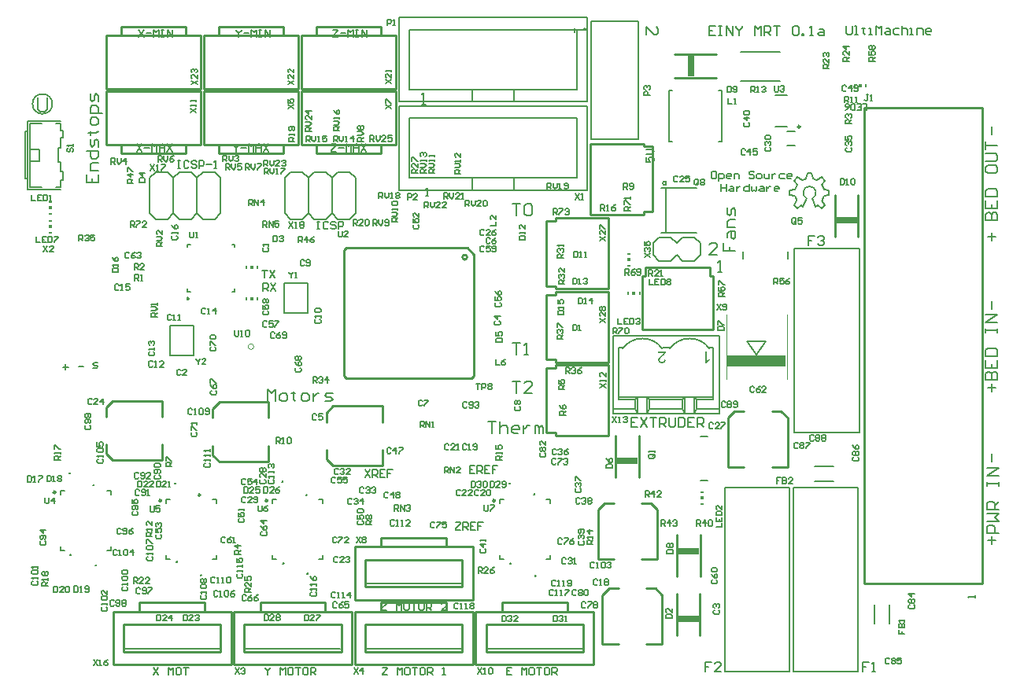
<source format=gto>
G04 Layer_Color=65535*
%FSLAX24Y24*%
%MOIN*%
G70*
G01*
G75*
%ADD11C,0.0080*%
%ADD59C,0.0070*%
%ADD63C,0.0100*%
%ADD115C,0.0060*%
%ADD116C,0.0039*%
%ADD117C,0.0098*%
%ADD118C,0.0000*%
%ADD119C,0.0050*%
%ADD120C,0.0079*%
%ADD121C,0.0040*%
%ADD122R,0.0120X0.0059*%
%ADD123R,0.0120X0.0060*%
%ADD124R,0.0120X0.0119*%
%ADD125R,0.0059X0.0120*%
%ADD126R,0.0060X0.0120*%
%ADD127R,0.0119X0.0120*%
%ADD128R,0.2450X0.0492*%
%ADD129R,0.0879X0.0295*%
%ADD130R,0.0295X0.0879*%
G36*
X38785Y23178D02*
X38786Y23179D01*
X38789Y23182D01*
X38794Y23186D01*
X38801Y23191D01*
X38810Y23198D01*
X38819Y23204D01*
X38831Y23213D01*
X38844Y23220D01*
X38844D01*
X38845Y23221D01*
X38850Y23224D01*
X38856Y23228D01*
X38865Y23232D01*
X38875Y23238D01*
X38885Y23242D01*
X38897Y23247D01*
X38907Y23252D01*
Y23192D01*
X38906D01*
X38905Y23192D01*
X38902Y23190D01*
X38899Y23188D01*
X38894Y23186D01*
X38889Y23183D01*
X38877Y23176D01*
X38863Y23168D01*
X38848Y23158D01*
X38833Y23147D01*
X38819Y23135D01*
X38818Y23134D01*
X38817Y23133D01*
X38813Y23129D01*
X38806Y23122D01*
X38797Y23114D01*
X38788Y23103D01*
X38779Y23092D01*
X38771Y23080D01*
X38764Y23068D01*
X38724D01*
Y23567D01*
X38785D01*
Y23178D01*
D02*
G37*
G36*
X37056Y23566D02*
Y23563D01*
Y23558D01*
X37056Y23553D01*
X37055Y23547D01*
X37054Y23540D01*
X37052Y23533D01*
X37050Y23525D01*
Y23524D01*
X37049Y23523D01*
X37047Y23519D01*
X37044Y23513D01*
X37040Y23504D01*
X37034Y23494D01*
X37027Y23483D01*
X37019Y23471D01*
X37009Y23459D01*
Y23458D01*
X37008Y23458D01*
X37004Y23453D01*
X36998Y23446D01*
X36989Y23437D01*
X36978Y23427D01*
X36964Y23414D01*
X36947Y23399D01*
X36929Y23384D01*
X36929Y23383D01*
X36926Y23381D01*
X36922Y23378D01*
X36916Y23372D01*
X36910Y23367D01*
X36902Y23360D01*
X36885Y23346D01*
X36867Y23328D01*
X36849Y23311D01*
X36840Y23303D01*
X36833Y23294D01*
X36826Y23286D01*
X36820Y23279D01*
Y23278D01*
X36818Y23277D01*
X36817Y23275D01*
X36815Y23272D01*
X36811Y23264D01*
X36805Y23254D01*
X36800Y23243D01*
X36796Y23231D01*
X36792Y23217D01*
X36791Y23204D01*
Y23204D01*
Y23203D01*
X36792Y23198D01*
X36792Y23192D01*
X36794Y23183D01*
X36798Y23173D01*
X36802Y23164D01*
X36808Y23153D01*
X36817Y23143D01*
X36819Y23142D01*
X36822Y23139D01*
X36828Y23136D01*
X36836Y23130D01*
X36845Y23126D01*
X36857Y23122D01*
X36870Y23119D01*
X36885Y23118D01*
X36890D01*
X36893Y23119D01*
X36901Y23120D01*
X36910Y23121D01*
X36922Y23125D01*
X36934Y23130D01*
X36945Y23136D01*
X36956Y23145D01*
X36957Y23147D01*
X36960Y23150D01*
X36964Y23156D01*
X36969Y23164D01*
X36974Y23175D01*
X36978Y23187D01*
X36981Y23201D01*
X36982Y23218D01*
X37045Y23211D01*
Y23210D01*
Y23208D01*
X37044Y23204D01*
X37043Y23200D01*
X37042Y23194D01*
X37041Y23187D01*
X37037Y23172D01*
X37031Y23155D01*
X37022Y23137D01*
X37011Y23120D01*
X37005Y23112D01*
X36997Y23105D01*
X36997Y23104D01*
X36995Y23103D01*
X36993Y23101D01*
X36990Y23099D01*
X36985Y23096D01*
X36980Y23093D01*
X36974Y23089D01*
X36967Y23086D01*
X36960Y23083D01*
X36951Y23079D01*
X36941Y23076D01*
X36932Y23074D01*
X36909Y23069D01*
X36897Y23068D01*
X36884Y23068D01*
X36877D01*
X36872Y23068D01*
X36866Y23069D01*
X36859Y23070D01*
X36851Y23071D01*
X36843Y23073D01*
X36825Y23077D01*
X36806Y23084D01*
X36796Y23089D01*
X36787Y23094D01*
X36779Y23101D01*
X36771Y23108D01*
X36770Y23108D01*
X36769Y23109D01*
X36767Y23111D01*
X36764Y23114D01*
X36761Y23119D01*
X36757Y23124D01*
X36749Y23135D01*
X36742Y23149D01*
X36735Y23166D01*
X36730Y23185D01*
X36729Y23195D01*
X36728Y23206D01*
Y23207D01*
Y23211D01*
X36729Y23217D01*
X36730Y23225D01*
X36731Y23234D01*
X36734Y23244D01*
X36737Y23254D01*
X36741Y23265D01*
X36742Y23266D01*
X36743Y23270D01*
X36746Y23275D01*
X36751Y23283D01*
X36756Y23292D01*
X36763Y23303D01*
X36772Y23313D01*
X36782Y23325D01*
X36783Y23327D01*
X36787Y23331D01*
X36794Y23338D01*
X36799Y23343D01*
X36804Y23348D01*
X36810Y23354D01*
X36817Y23361D01*
X36825Y23368D01*
X36833Y23376D01*
X36842Y23384D01*
X36853Y23393D01*
X36864Y23402D01*
X36876Y23413D01*
X36876Y23414D01*
X36878Y23415D01*
X36881Y23418D01*
X36885Y23421D01*
X36894Y23428D01*
X36905Y23438D01*
X36916Y23449D01*
X36929Y23459D01*
X36938Y23468D01*
X36942Y23472D01*
X36946Y23476D01*
X36947Y23477D01*
X36948Y23479D01*
X36951Y23482D01*
X36955Y23486D01*
X36963Y23496D01*
X36972Y23508D01*
X36727D01*
Y23567D01*
X37056D01*
Y23566D01*
D02*
G37*
D11*
X37077Y30699D02*
G03*
X37077Y30699I-79J0D01*
G01*
X43670Y29960D02*
G03*
X43750Y30160I-535J330D01*
G01*
X43760Y30440D02*
G03*
X43670Y30620I-561J-168D01*
G01*
X43460Y30820D02*
G03*
X43280Y30900I-346J-535D01*
G01*
X42990Y30890D02*
G03*
X42820Y30820I142J-587D01*
G01*
X42610Y30620D02*
G03*
X42530Y30440I505J-332D01*
G01*
Y30140D02*
G03*
X42610Y29960I596J157D01*
G01*
X43260Y30050D02*
G03*
X43020Y30050I-120J245D01*
G01*
X38521Y19979D02*
X38806D01*
X38521Y18084D02*
X38806D01*
X40316Y27510D02*
Y27795D01*
X42211Y27510D02*
Y27795D01*
X36758Y28413D02*
X37258D01*
X37508Y28163D01*
X37258Y27413D02*
X37508Y27663D01*
Y28163D02*
X37758Y28413D01*
X38258D01*
X38508Y28163D01*
X38258Y27413D02*
X38508Y27663D01*
X37758Y27413D02*
X38258D01*
X37508Y27663D02*
X37758Y27413D01*
X36508Y27663D02*
Y28163D01*
X36758Y28413D01*
X36508Y27663D02*
X36758Y27413D01*
X37258D01*
X38508Y27663D02*
Y28163D01*
X40493Y23982D02*
X40893Y23435D01*
X41287Y23982D01*
X40493D02*
X41287D01*
X37067Y28607D02*
Y30502D01*
X38368D01*
X36870D02*
X37067D01*
X36870Y28607D02*
X37067D01*
X38368D01*
X43260Y30050D02*
X43400Y29710D01*
X43480Y29750D01*
X43660Y29630D01*
X43800Y29770D01*
X43670Y29950D02*
X43800Y29770D01*
X43750Y30150D02*
X43970Y30190D01*
Y30390D01*
X43750Y30430D02*
X43970Y30390D01*
X43660Y30620D02*
X43800Y30810D01*
X43660Y30950D02*
X43800Y30810D01*
X43460Y30820D02*
X43660Y30950D01*
X43230Y31130D02*
X43280Y30890D01*
X43040Y31130D02*
X43230D01*
X42990Y30890D02*
X43040Y31130D01*
X42620Y30950D02*
X42810Y30820D01*
X42480Y30810D02*
X42620Y30950D01*
X42480Y30810D02*
X42610Y30620D01*
X42300Y30390D02*
X42530Y30430D01*
X42300Y30190D02*
Y30390D01*
Y30190D02*
X42520Y30150D01*
X42480Y29770D02*
X42600Y29950D01*
X42480Y29770D02*
X42620Y29630D01*
X42800Y29750D01*
X42870Y29710D01*
X43020Y30050D01*
X26720Y34040D02*
X26887D01*
X26803D01*
Y34540D01*
X26720Y34457D01*
X50600Y29120D02*
X51100D01*
Y29370D01*
X51017Y29453D01*
X50933D01*
X50850Y29370D01*
Y29120D01*
Y29370D01*
X50767Y29453D01*
X50683D01*
X50600Y29370D01*
Y29120D01*
Y29953D02*
Y29620D01*
X51100D01*
Y29953D01*
X50850Y29620D02*
Y29786D01*
X50600Y30120D02*
X51100D01*
Y30370D01*
X51017Y30453D01*
X50683D01*
X50600Y30370D01*
Y30120D01*
Y31369D02*
Y31203D01*
X50683Y31119D01*
X51017D01*
X51100Y31203D01*
Y31369D01*
X51017Y31453D01*
X50683D01*
X50600Y31369D01*
Y31619D02*
X51017D01*
X51100Y31702D01*
Y31869D01*
X51017Y31952D01*
X50600D01*
Y32119D02*
Y32452D01*
Y32286D01*
X51100D01*
X50850Y28260D02*
Y28593D01*
X50683Y28427D02*
X51017D01*
X50850Y32759D02*
Y33092D01*
Y21860D02*
Y22193D01*
X50683Y22027D02*
X51017D01*
X50850Y25359D02*
Y25692D01*
X39270Y26920D02*
X39437D01*
X39353D01*
Y27420D01*
X39270Y27337D01*
X33182Y37271D02*
Y37104D01*
Y37188D01*
X33682D01*
X33599Y37271D01*
X36233Y36997D02*
Y37330D01*
X36567Y36997D01*
X36650D01*
X36733Y37080D01*
Y37247D01*
X36650Y37330D01*
X39500Y28163D02*
Y27830D01*
X39750D01*
Y27997D01*
Y27830D01*
X40000D01*
X39667Y28413D02*
Y28580D01*
X39750Y28663D01*
X40000D01*
Y28413D01*
X39917Y28330D01*
X39833Y28413D01*
Y28663D01*
X40000Y28830D02*
X39667D01*
Y29080D01*
X39750Y29163D01*
X40000D01*
Y29330D02*
Y29579D01*
X39917Y29663D01*
X39833Y29579D01*
Y29413D01*
X39750Y29330D01*
X39667Y29413D01*
Y29663D01*
X39231Y27677D02*
X38898D01*
X39231Y28010D01*
Y28094D01*
X39148Y28177D01*
X38981D01*
X38898Y28094D01*
X50600Y22370D02*
X51100D01*
Y22620D01*
X51017Y22703D01*
X50933D01*
X50850Y22620D01*
Y22370D01*
Y22620D01*
X50767Y22703D01*
X50683D01*
X50600Y22620D01*
Y22370D01*
Y23203D02*
Y22870D01*
X51100D01*
Y23203D01*
X50850Y22870D02*
Y23036D01*
X50600Y23370D02*
X51100D01*
Y23620D01*
X51017Y23703D01*
X50683D01*
X50600Y23620D01*
Y23370D01*
Y24369D02*
Y24536D01*
Y24453D01*
X51100D01*
Y24369D01*
Y24536D01*
Y24786D02*
X50600D01*
X51100Y25119D01*
X50600D01*
X51140Y15880D02*
X50640D01*
Y16130D01*
X50723Y16213D01*
X50890D01*
X50973Y16130D01*
Y15880D01*
X50640Y16380D02*
X51140D01*
X50973Y16546D01*
X51140Y16713D01*
X50640D01*
X51140Y16880D02*
X50640D01*
Y17130D01*
X50723Y17213D01*
X50890D01*
X50973Y17130D01*
Y16880D01*
Y17046D02*
X51140Y17213D01*
X50640Y17879D02*
Y18046D01*
Y17963D01*
X51140D01*
Y17879D01*
Y18046D01*
Y18296D02*
X50640D01*
X51140Y18629D01*
X50640D01*
X39167Y37370D02*
X38900D01*
Y36970D01*
X39167D01*
X38900Y37170D02*
X39033D01*
X39300Y37370D02*
X39433D01*
X39367D01*
Y36970D01*
X39300D01*
X39433D01*
X39633D02*
Y37370D01*
X39900Y36970D01*
Y37370D01*
X40033D02*
Y37303D01*
X40166Y37170D01*
X40300Y37303D01*
Y37370D01*
X40166Y37170D02*
Y36970D01*
X40833D02*
Y37370D01*
X40966Y37237D01*
X41099Y37370D01*
Y36970D01*
X41233D02*
Y37370D01*
X41433D01*
X41499Y37303D01*
Y37170D01*
X41433Y37103D01*
X41233D01*
X41366D02*
X41499Y36970D01*
X41632Y37370D02*
X41899D01*
X41766D01*
Y36970D01*
X42432Y37303D02*
X42499Y37370D01*
X42632D01*
X42699Y37303D01*
Y37037D01*
X42632Y36970D01*
X42499D01*
X42432Y37037D01*
Y37303D01*
X42832Y36970D02*
Y37037D01*
X42899D01*
Y36970D01*
X42832D01*
X43165D02*
X43299D01*
X43232D01*
Y37370D01*
X43165Y37303D01*
X43565Y37237D02*
X43698D01*
X43765Y37170D01*
Y36970D01*
X43565D01*
X43499Y37037D01*
X43565Y37103D01*
X43765D01*
X30571Y29831D02*
X30904D01*
X30737D01*
Y29331D01*
X31071Y29747D02*
X31154Y29831D01*
X31321D01*
X31404Y29747D01*
Y29414D01*
X31321Y29331D01*
X31154D01*
X31071Y29414D01*
Y29747D01*
X30571Y23925D02*
X30904D01*
X30737D01*
Y23425D01*
X31071D02*
X31237D01*
X31154D01*
Y23925D01*
X31071Y23842D01*
X30571Y22311D02*
X30904D01*
X30737D01*
Y21811D01*
X31404D02*
X31071D01*
X31404Y22144D01*
Y22228D01*
X31321Y22311D01*
X31154D01*
X31071Y22228D01*
X50850Y15410D02*
Y15743D01*
X50683Y15577D02*
X51017D01*
X50850Y18909D02*
Y19242D01*
X20190Y21450D02*
Y21950D01*
X20357Y21783D01*
X20523Y21950D01*
Y21450D01*
X20773D02*
X20940D01*
X21023Y21533D01*
Y21700D01*
X20940Y21783D01*
X20773D01*
X20690Y21700D01*
Y21533D01*
X20773Y21450D01*
X21273Y21867D02*
Y21783D01*
X21190D01*
X21356D01*
X21273D01*
Y21533D01*
X21356Y21450D01*
X21690D02*
X21856D01*
X21939Y21533D01*
Y21700D01*
X21856Y21783D01*
X21690D01*
X21606Y21700D01*
Y21533D01*
X21690Y21450D01*
X22106Y21783D02*
Y21450D01*
Y21617D01*
X22189Y21700D01*
X22273Y21783D01*
X22356D01*
X22606Y21450D02*
X22856D01*
X22939Y21533D01*
X22856Y21617D01*
X22689D01*
X22606Y21700D01*
X22689Y21783D01*
X22939D01*
X12520Y31073D02*
Y30740D01*
X13020D01*
Y31073D01*
X12770Y30740D02*
Y30907D01*
X13020Y31240D02*
X12687D01*
Y31490D01*
X12770Y31573D01*
X13020D01*
X12520Y32073D02*
X13020D01*
Y31823D01*
X12937Y31740D01*
X12770D01*
X12687Y31823D01*
Y32073D01*
X13020Y32240D02*
Y32489D01*
X12937Y32573D01*
X12853Y32489D01*
Y32323D01*
X12770Y32240D01*
X12687Y32323D01*
Y32573D01*
X12603Y32823D02*
X12687D01*
Y32739D01*
Y32906D01*
Y32823D01*
X12937D01*
X13020Y32906D01*
Y33239D02*
Y33406D01*
X12937Y33489D01*
X12770D01*
X12687Y33406D01*
Y33239D01*
X12770Y33156D01*
X12937D01*
X13020Y33239D01*
X13187Y33656D02*
X12687D01*
Y33906D01*
X12770Y33989D01*
X12937D01*
X13020Y33906D01*
Y33656D01*
Y34156D02*
Y34405D01*
X12937Y34489D01*
X12853Y34405D01*
Y34239D01*
X12770Y34156D01*
X12687Y34239D01*
Y34489D01*
X29530Y20590D02*
X29863D01*
X29697D01*
Y20090D01*
X30030Y20590D02*
Y20090D01*
Y20340D01*
X30113Y20423D01*
X30280D01*
X30363Y20340D01*
Y20090D01*
X30780D02*
X30613D01*
X30530Y20173D01*
Y20340D01*
X30613Y20423D01*
X30780D01*
X30863Y20340D01*
Y20257D01*
X30530D01*
X31030Y20423D02*
Y20090D01*
Y20257D01*
X31113Y20340D01*
X31196Y20423D01*
X31279D01*
X31529Y20090D02*
Y20423D01*
X31613D01*
X31696Y20340D01*
Y20090D01*
Y20340D01*
X31779Y20423D01*
X31863Y20340D01*
Y20090D01*
D59*
X26890Y30170D02*
X26997D01*
X26943D01*
Y30490D01*
X26890Y30437D01*
X43367Y28460D02*
X43100D01*
Y28260D01*
X43233D01*
X43100D01*
Y28060D01*
X43500Y28393D02*
X43567Y28460D01*
X43700D01*
X43766Y28393D01*
Y28327D01*
X43700Y28260D01*
X43633D01*
X43700D01*
X43766Y28193D01*
Y28127D01*
X43700Y28060D01*
X43567D01*
X43500Y28127D01*
X35867Y20780D02*
X35600D01*
Y20380D01*
X35867D01*
X35600Y20580D02*
X35733D01*
X36000Y20780D02*
X36266Y20380D01*
Y20780D02*
X36000Y20380D01*
X36400Y20780D02*
X36666D01*
X36533D01*
Y20380D01*
X36800D02*
Y20780D01*
X37000D01*
X37066Y20713D01*
Y20580D01*
X37000Y20513D01*
X36800D01*
X36933D02*
X37066Y20380D01*
X37199Y20780D02*
Y20447D01*
X37266Y20380D01*
X37399D01*
X37466Y20447D01*
Y20780D01*
X37599D02*
Y20380D01*
X37799D01*
X37866Y20447D01*
Y20713D01*
X37799Y20780D01*
X37599D01*
X38266D02*
X37999D01*
Y20380D01*
X38266D01*
X37999Y20580D02*
X38133D01*
X38399Y20380D02*
Y20780D01*
X38599D01*
X38666Y20713D01*
Y20580D01*
X38599Y20513D01*
X38399D01*
X38532D02*
X38666Y20380D01*
X38987Y10390D02*
X38720D01*
Y10190D01*
X38853D01*
X38720D01*
Y9990D01*
X39386D02*
X39120D01*
X39386Y10257D01*
Y10323D01*
X39320Y10390D01*
X39187D01*
X39120Y10323D01*
X45667Y10410D02*
X45400D01*
Y10210D01*
X45533D01*
X45400D01*
Y10010D01*
X45800D02*
X45933D01*
X45867D01*
Y10410D01*
X45800Y10343D01*
X44700Y37370D02*
Y37070D01*
X44760Y37010D01*
X44880D01*
X44940Y37070D01*
Y37370D01*
X45060Y37010D02*
X45180D01*
X45120D01*
Y37370D01*
X45060D01*
X45420Y37310D02*
Y37250D01*
X45360D01*
X45480D01*
X45420D01*
Y37070D01*
X45480Y37010D01*
X45660D02*
X45780D01*
X45720D01*
Y37250D01*
X45660D01*
X45960Y37010D02*
Y37370D01*
X46080Y37250D01*
X46200Y37370D01*
Y37010D01*
X46379Y37250D02*
X46499D01*
X46559Y37190D01*
Y37010D01*
X46379D01*
X46319Y37070D01*
X46379Y37130D01*
X46559D01*
X46919Y37250D02*
X46739D01*
X46679Y37190D01*
Y37070D01*
X46739Y37010D01*
X46919D01*
X47039Y37370D02*
Y37010D01*
Y37190D01*
X47099Y37250D01*
X47219D01*
X47279Y37190D01*
Y37010D01*
X47399D02*
X47519D01*
X47459D01*
Y37250D01*
X47399D01*
X47699Y37010D02*
Y37250D01*
X47879D01*
X47939Y37190D01*
Y37010D01*
X48239D02*
X48119D01*
X48059Y37070D01*
Y37190D01*
X48119Y37250D01*
X48239D01*
X48299Y37190D01*
Y37130D01*
X48059D01*
D63*
X20823Y18045D02*
G03*
X20823Y18045I-20J0D01*
G01*
X21836Y17475D02*
G03*
X21836Y17475I-20J0D01*
G01*
X30440Y17970D02*
G03*
X30440Y17970I-20J0D01*
G01*
X31490Y17520D02*
G03*
X31490Y17520I-20J0D01*
G01*
X31536Y14055D02*
G03*
X31536Y14055I-20J0D01*
G01*
X30470Y14560D02*
G03*
X30470Y14560I-20J0D01*
G01*
X21880Y14140D02*
G03*
X21880Y14140I-20J0D01*
G01*
X20860Y14590D02*
G03*
X20860Y14590I-20J0D01*
G01*
X17366Y14075D02*
G03*
X17366Y14075I-20J0D01*
G01*
X16343Y14645D02*
G03*
X16343Y14645I-20J0D01*
G01*
X11840Y14940D02*
G03*
X11840Y14940I-20J0D01*
G01*
X12920Y14500D02*
G03*
X12920Y14500I-20J0D01*
G01*
X12816Y17895D02*
G03*
X12816Y17895I-20J0D01*
G01*
X11800Y18400D02*
G03*
X11800Y18400I-20J0D01*
G01*
X17337Y17480D02*
G03*
X17337Y17480I-37J0D01*
G01*
X16274Y17960D02*
G03*
X16274Y17960I-14J0D01*
G01*
X28638Y27562D02*
G03*
X28638Y27562I-100J0D01*
G01*
X41541Y18679D02*
X42210D01*
X39690D02*
X40359D01*
X39966Y21041D02*
X40359D01*
X39690Y20766D02*
X39966Y21041D01*
X39690Y18679D02*
Y20766D01*
X41541Y21041D02*
X41934D01*
X42210Y18679D02*
Y20766D01*
X41934Y21041D02*
X42210Y20766D01*
X36031Y14779D02*
X36700D01*
X34180D02*
X34849D01*
X34456Y17141D02*
X34849D01*
X34180Y16866D02*
X34456Y17141D01*
X34180Y14779D02*
Y16866D01*
X36031Y17141D02*
X36424D01*
X36700Y14779D02*
Y16866D01*
X36424Y17141D02*
X36700Y16866D01*
X36221Y11159D02*
X36890D01*
X34370D02*
X35039D01*
X34646Y13521D02*
X35039D01*
X34370Y13246D02*
X34646Y13521D01*
X34370Y11159D02*
Y13246D01*
X36221Y13521D02*
X36614D01*
X36890Y11159D02*
Y13246D01*
X36614Y13521D02*
X36890Y13246D01*
X32875Y12546D02*
Y12921D01*
X30120D02*
X32875D01*
X30113Y12544D02*
X32868D01*
X29440Y11992D02*
X33551D01*
X29440Y10841D02*
Y11992D01*
Y10841D02*
X33551D01*
Y11992D01*
X29000Y10291D02*
Y12546D01*
Y10291D02*
X34000D01*
Y12546D01*
X32875D02*
X34000D01*
X30120D02*
Y12921D01*
X29000Y12546D02*
X30120D01*
X20231Y20751D02*
Y21420D01*
Y18900D02*
Y19569D01*
X17869Y19176D02*
Y19569D01*
Y19176D02*
X18144Y18900D01*
Y18900D02*
X20231D01*
X17869Y20751D02*
Y21144D01*
X18144Y21420D02*
X20231D01*
X17869Y21144D02*
X18144Y21420D01*
X27753Y15298D02*
Y15673D01*
X24998D02*
X27753D01*
X24991Y15295D02*
X27746D01*
X24318Y14744D02*
X28429D01*
X24318Y13593D02*
Y14744D01*
Y13593D02*
X28429D01*
Y14744D01*
X23878Y13043D02*
Y15298D01*
Y13043D02*
X28878D01*
Y15298D01*
X27753D02*
X28878D01*
X24998D02*
Y15673D01*
X23878Y15298D02*
X24998D01*
X27753Y12542D02*
Y12917D01*
X24998D02*
X27753D01*
X24991Y12540D02*
X27746D01*
X24318Y11988D02*
X28429D01*
X24318Y10837D02*
Y11988D01*
Y10837D02*
X28429D01*
Y11988D01*
X23878Y10287D02*
Y12542D01*
Y10287D02*
X28878D01*
Y12542D01*
X27753D02*
X28878D01*
X24998D02*
Y12917D01*
X23878Y12542D02*
X24998D01*
X25051Y20581D02*
Y21250D01*
Y18730D02*
Y19399D01*
X22689Y19006D02*
Y19399D01*
Y19006D02*
X22964Y18730D01*
Y18730D02*
X25051D01*
X22689Y20581D02*
Y20974D01*
X22964Y21250D02*
X25051D01*
X22689Y20974D02*
X22964Y21250D01*
X15711Y20801D02*
Y21470D01*
Y18950D02*
Y19619D01*
X13349Y19226D02*
Y19619D01*
Y19226D02*
X13624Y18950D01*
Y18950D02*
X15711D01*
X13349Y20801D02*
Y21194D01*
X13624Y21470D02*
X15711D01*
X13349Y21194D02*
X13624Y21470D01*
X23510Y27956D02*
X28638D01*
X23412Y27857D02*
X23510Y27956D01*
X23412Y22540D02*
Y27857D01*
Y22540D02*
X23510Y22440D01*
X28828D01*
X28928Y22540D01*
Y27661D01*
X28638Y27956D02*
X28928Y27661D01*
X21622Y36952D02*
X22242D01*
Y37327D01*
X24997D01*
Y36952D02*
Y37327D01*
Y36952D02*
X25622D01*
Y34697D02*
Y36952D01*
X21622Y34697D02*
X25622D01*
X21622D02*
Y36952D01*
X22242D02*
X24997D01*
X18108D02*
X20863D01*
X17488Y34697D02*
Y36952D01*
Y34697D02*
X21488D01*
Y36952D01*
X20863D02*
X21488D01*
X20863D02*
Y37327D01*
X18108D02*
X20863D01*
X18108Y36952D02*
Y37327D01*
X17488Y36952D02*
X18108D01*
X13354D02*
X13974D01*
Y37327D01*
X16729D01*
Y36952D02*
Y37327D01*
Y36952D02*
X17354D01*
Y34697D02*
Y36952D01*
X13354Y34697D02*
X17354D01*
X13354D02*
Y36952D01*
X13974D02*
X16729D01*
X32379Y26217D02*
X34634D01*
Y29217D01*
X32379D02*
X34634D01*
X32379Y29092D02*
Y29217D01*
X32004Y29092D02*
X32379D01*
X32004Y26337D02*
Y29092D01*
Y26337D02*
X32379D01*
Y26217D02*
Y26337D01*
Y23106D02*
X34634D01*
Y26106D01*
X32379D02*
X34634D01*
X32379Y25981D02*
Y26106D01*
X32004Y25981D02*
X32379D01*
X32004Y23226D02*
Y25981D01*
Y23226D02*
X32379D01*
Y23106D02*
Y23226D01*
X33860Y32370D02*
X36115D01*
X33860Y29370D02*
Y32370D01*
Y29370D02*
X36115D01*
Y29495D01*
X36490D01*
Y32250D01*
X36115D02*
X36490D01*
X36115D02*
Y32370D01*
X36059Y24500D02*
Y26755D01*
Y24500D02*
X39059D01*
Y26755D01*
X38934D02*
X39059D01*
X38934D02*
Y27130D01*
X36179D02*
X38934D01*
X36179Y26755D02*
Y27130D01*
X36059Y26755D02*
X36179D01*
X34930Y18234D02*
Y20010D01*
X35922Y18234D02*
Y20010D01*
X44210Y28434D02*
Y30210D01*
X45202Y28434D02*
Y30210D01*
X37508Y11536D02*
Y13312D01*
X38500Y11536D02*
Y13312D01*
X38519Y14018D02*
Y15794D01*
X37527Y14018D02*
Y15794D01*
X22635Y12542D02*
Y12917D01*
X19880D02*
X22635D01*
X19872Y12540D02*
X22627D01*
X19200Y11988D02*
X23311D01*
X19200Y10837D02*
Y11988D01*
Y10837D02*
X23311D01*
Y11988D01*
X18760Y10287D02*
Y12542D01*
Y10287D02*
X23760D01*
Y12542D01*
X22635D02*
X23760D01*
X19880D02*
Y12917D01*
X18760Y12542D02*
X19880D01*
X18113Y32340D02*
X20868D01*
X21488D02*
Y34595D01*
X17488D02*
X21488D01*
X17488Y32340D02*
Y34595D01*
Y32340D02*
X18113D01*
Y31965D02*
Y32340D01*
Y31965D02*
X20868D01*
Y32340D01*
X21488D01*
X25002D02*
X25622D01*
X25002Y31965D02*
Y32340D01*
X22247Y31965D02*
X25002D01*
X22247D02*
Y32340D01*
X21622D02*
X22247D01*
X21622D02*
Y34595D01*
X25622D01*
Y32340D02*
Y34595D01*
X22247Y32340D02*
X25002D01*
X13979D02*
X16734D01*
X17354D02*
Y34595D01*
X13354D02*
X17354D01*
X13354Y32340D02*
Y34595D01*
Y32340D02*
X13979D01*
Y31965D02*
Y32340D01*
Y31965D02*
X16734D01*
Y32340D01*
X17354D01*
X32379Y19996D02*
X34634D01*
Y22996D01*
X32379D02*
X34634D01*
X32379Y22871D02*
Y22996D01*
X32004Y22871D02*
X32379D01*
X32004Y20116D02*
Y22871D01*
Y20116D02*
X32379D01*
Y19996D02*
Y20116D01*
X37414Y36150D02*
X39190D01*
X37414Y35158D02*
X39190D01*
X45470Y13745D02*
X50470D01*
Y33895D01*
X45470D02*
X50470D01*
X45470Y13745D02*
Y33895D01*
X17517Y12542D02*
Y12917D01*
X14762D02*
X17517D01*
X14754Y12540D02*
X17509D01*
X14082Y11988D02*
X18193D01*
X14082Y10837D02*
Y11988D01*
Y10837D02*
X18193D01*
Y11988D01*
X13642Y10287D02*
Y12542D01*
Y10287D02*
X18642D01*
Y12542D01*
X17517D02*
X18642D01*
X14762D02*
Y12917D01*
X13642Y12542D02*
X14762D01*
D115*
X36057Y24117D02*
G03*
X35217Y23697I0J-1050D01*
G01*
X36897D02*
G03*
X36057Y24117I-840J-630D01*
G01*
X38057D02*
G03*
X37217Y23697I0J-1050D01*
G01*
X38897D02*
G03*
X38057Y24117I-840J-630D01*
G01*
X30626Y30399D02*
Y30930D01*
X28854Y30399D02*
Y30930D01*
X25760Y30399D02*
Y33981D01*
X33720D01*
Y30399D02*
Y33981D01*
X25760Y30399D02*
X33720D01*
X30626Y34149D02*
Y34680D01*
X28854Y34149D02*
Y34680D01*
X25760Y34149D02*
Y37731D01*
X33720D01*
Y34149D02*
Y37731D01*
X25760Y34149D02*
X33720D01*
X34807Y20917D02*
X35857D01*
X34807D02*
Y21117D01*
Y24217D01*
X35057Y21617D02*
Y23717D01*
X35227D01*
X35057Y21617D02*
X35857D01*
X34807Y21117D02*
X35757D01*
X35057Y21517D02*
X35757D01*
Y21117D02*
X35857Y20917D01*
X35757Y21517D02*
X35857Y21617D01*
X35057Y21517D02*
Y21617D01*
X36257D02*
X36357Y21517D01*
Y21117D02*
Y21517D01*
X36257Y20917D02*
X36357Y21117D01*
X35757Y21517D02*
X35857Y21617D01*
X35757Y21117D02*
X35857Y20917D01*
X35757Y21117D02*
Y21517D01*
X35857Y20917D02*
Y21617D01*
X36257Y20917D02*
Y21617D01*
X35057Y23717D02*
X35207D01*
X37757Y21517D02*
X37857Y21617D01*
X38257D02*
X38357Y21517D01*
X38257Y20917D02*
X38357Y21117D01*
X37757D02*
X37857Y20917D01*
X37757Y21117D02*
Y21517D01*
X38357Y21117D02*
Y21517D01*
X38257Y20917D02*
Y21617D01*
X37857Y20917D02*
Y21617D01*
X38357Y21517D02*
X39057D01*
X36357D02*
X37757D01*
X36357Y21117D02*
X37757D01*
X38357D02*
X39307D01*
X35857Y20917D02*
X36257D01*
X37857D01*
X38257D01*
X39307D01*
X35857Y21617D02*
X36257D01*
X37857D01*
X38257D01*
X39057D01*
X38887Y23717D02*
X39057D01*
X36907D02*
X37207D01*
X39057Y21517D02*
Y21617D01*
Y23717D01*
X39307Y21117D02*
Y24217D01*
Y20917D02*
Y21117D01*
X34807Y24217D02*
X39307D01*
X29490Y10981D02*
X33508D01*
X24368Y13733D02*
X28386D01*
X24368Y10977D02*
X28386D01*
X10017Y30440D02*
X11417D01*
X10017D02*
Y30890D01*
Y33340D02*
X11417D01*
X10117Y32140D02*
Y33240D01*
X9917Y32890D02*
X10017D01*
X9917Y32390D02*
Y32890D01*
Y30890D02*
X10017D01*
Y33340D01*
X9917Y31390D02*
Y32390D01*
Y30890D02*
Y31390D01*
X10117Y32140D02*
X10517D01*
X10117Y31640D02*
Y32140D01*
X10517Y31640D02*
Y32140D01*
X10117Y31640D02*
X10517D01*
X10117Y30540D02*
Y31640D01*
X11417Y32940D02*
Y33240D01*
Y32940D02*
X11517D01*
Y32640D02*
Y32940D01*
X11417Y32640D02*
X11517D01*
X11417Y32190D02*
Y32640D01*
X11317Y32190D02*
X11417D01*
X11317Y31590D02*
Y32190D01*
Y31590D02*
X11417D01*
Y31190D02*
Y31590D01*
Y31190D02*
X11517D01*
Y30840D02*
Y31190D01*
X11417Y30840D02*
X11517D01*
X11417Y30540D02*
Y30840D01*
X11217Y33240D02*
X11417D01*
X10117D02*
X10617D01*
X10117Y30540D02*
X10617D01*
X11217D02*
X11417D01*
X20921Y29426D02*
X21171Y29176D01*
X21671D02*
X21921Y29426D01*
X22171Y29176D01*
X22671D02*
X22921Y29426D01*
X20921D02*
Y30926D01*
X21171Y31176D01*
X21671D01*
X21921Y30926D01*
X22171Y31176D01*
X22671D01*
X22921Y30926D01*
X21921Y29426D02*
Y30926D01*
X22921Y29426D02*
Y30926D01*
X22171Y29176D02*
X22671D01*
X21171D02*
X21671D01*
X22921Y29426D02*
X23171Y29176D01*
X23671D02*
X23921Y29426D01*
X22921Y30926D02*
X23171Y31176D01*
X23671D01*
X23921Y30926D01*
Y29426D02*
Y30926D01*
X23171Y29176D02*
X23671D01*
X15195Y29426D02*
X15445Y29176D01*
X15945D02*
X16195Y29426D01*
X16445Y29176D01*
X16945D02*
X17195Y29426D01*
X15195D02*
Y30926D01*
X15445Y31176D01*
X15945D01*
X16195Y30926D01*
X16445Y31176D01*
X16945D01*
X17195Y30926D01*
X16195Y29426D02*
Y30926D01*
X17195Y29426D02*
Y30926D01*
X16445Y29176D02*
X16945D01*
X15445D02*
X15945D01*
X17195Y29426D02*
X17445Y29176D01*
X17945D02*
X18195Y29426D01*
X17195Y30926D02*
X17445Y31176D01*
X17945D01*
X18195Y30926D01*
Y29426D02*
Y30926D01*
X17445Y29176D02*
X17945D01*
X19250Y10977D02*
X23268D01*
X14132D02*
X18150D01*
X50170Y13120D02*
Y13227D01*
Y13173D01*
X49850D01*
X49903Y13120D01*
X30523Y10180D02*
X30310D01*
Y9860D01*
X30523D01*
X30310Y10020D02*
X30417D01*
X30950Y9860D02*
Y10180D01*
X31056Y10073D01*
X31163Y10180D01*
Y9860D01*
X31430Y10180D02*
X31323D01*
X31270Y10127D01*
Y9913D01*
X31323Y9860D01*
X31430D01*
X31483Y9913D01*
Y10127D01*
X31430Y10180D01*
X31590D02*
X31803D01*
X31696D01*
Y9860D01*
X32069Y10180D02*
X31963D01*
X31909Y10127D01*
Y9913D01*
X31963Y9860D01*
X32069D01*
X32123Y9913D01*
Y10127D01*
X32069Y10180D01*
X32229Y9860D02*
Y10180D01*
X32389D01*
X32443Y10127D01*
Y10020D01*
X32389Y9967D01*
X32229D01*
X32336D02*
X32443Y9860D01*
X39140Y31210D02*
X39033D01*
X38980Y31157D01*
Y30943D01*
X39033Y30890D01*
X39140D01*
X39193Y30943D01*
Y31157D01*
X39140Y31210D01*
X39300Y30783D02*
Y31103D01*
X39460D01*
X39513Y31050D01*
Y30943D01*
X39460Y30890D01*
X39300D01*
X39780D02*
X39673D01*
X39620Y30943D01*
Y31050D01*
X39673Y31103D01*
X39780D01*
X39833Y31050D01*
Y30997D01*
X39620D01*
X39940Y30890D02*
Y31103D01*
X40100D01*
X40153Y31050D01*
Y30890D01*
X40793Y31157D02*
X40739Y31210D01*
X40633D01*
X40579Y31157D01*
Y31103D01*
X40633Y31050D01*
X40739D01*
X40793Y30997D01*
Y30943D01*
X40739Y30890D01*
X40633D01*
X40579Y30943D01*
X40953Y30890D02*
X41059D01*
X41113Y30943D01*
Y31050D01*
X41059Y31103D01*
X40953D01*
X40899Y31050D01*
Y30943D01*
X40953Y30890D01*
X41219Y31103D02*
Y30943D01*
X41273Y30890D01*
X41433D01*
Y31103D01*
X41539D02*
Y30890D01*
Y30997D01*
X41592Y31050D01*
X41646Y31103D01*
X41699D01*
X42072D02*
X41912D01*
X41859Y31050D01*
Y30943D01*
X41912Y30890D01*
X42072D01*
X42339D02*
X42232D01*
X42179Y30943D01*
Y31050D01*
X42232Y31103D01*
X42339D01*
X42392Y31050D01*
Y30997D01*
X42179D01*
X39400Y30670D02*
Y30350D01*
Y30510D01*
X39613D01*
Y30670D01*
Y30350D01*
X39773Y30563D02*
X39880D01*
X39933Y30510D01*
Y30350D01*
X39773D01*
X39720Y30403D01*
X39773Y30457D01*
X39933D01*
X40040Y30563D02*
Y30350D01*
Y30457D01*
X40093Y30510D01*
X40146Y30563D01*
X40200D01*
X40573Y30670D02*
Y30350D01*
X40413D01*
X40360Y30403D01*
Y30510D01*
X40413Y30563D01*
X40573D01*
X40680D02*
Y30403D01*
X40733Y30350D01*
X40786Y30403D01*
X40840Y30350D01*
X40893Y30403D01*
Y30563D01*
X41053D02*
X41159D01*
X41213Y30510D01*
Y30350D01*
X41053D01*
X40999Y30403D01*
X41053Y30457D01*
X41213D01*
X41319Y30563D02*
Y30350D01*
Y30457D01*
X41373Y30510D01*
X41426Y30563D01*
X41479D01*
X41799Y30350D02*
X41693D01*
X41639Y30403D01*
Y30510D01*
X41693Y30563D01*
X41799D01*
X41853Y30510D01*
Y30457D01*
X41639D01*
X20090Y10180D02*
Y10127D01*
X20197Y10020D01*
X20303Y10127D01*
Y10180D01*
X20197Y10020D02*
Y9860D01*
X20730D02*
Y10180D01*
X20836Y10073D01*
X20943Y10180D01*
Y9860D01*
X21210Y10180D02*
X21103D01*
X21050Y10127D01*
Y9913D01*
X21103Y9860D01*
X21210D01*
X21263Y9913D01*
Y10127D01*
X21210Y10180D01*
X21370D02*
X21583D01*
X21476D01*
Y9860D01*
X21849Y10180D02*
X21743D01*
X21689Y10127D01*
Y9913D01*
X21743Y9860D01*
X21849D01*
X21903Y9913D01*
Y10127D01*
X21849Y10180D01*
X22009Y9860D02*
Y10180D01*
X22169D01*
X22223Y10127D01*
Y10020D01*
X22169Y9967D01*
X22009D01*
X22116D02*
X22223Y9860D01*
X12190Y22920D02*
X12403D01*
X25040Y10180D02*
X25253D01*
Y10127D01*
X25040Y9913D01*
Y9860D01*
X25253D01*
X25680D02*
Y10180D01*
X25786Y10073D01*
X25893Y10180D01*
Y9860D01*
X26160Y10180D02*
X26053D01*
X26000Y10127D01*
Y9913D01*
X26053Y9860D01*
X26160D01*
X26213Y9913D01*
Y10127D01*
X26160Y10180D01*
X26320D02*
X26533D01*
X26426D01*
Y9860D01*
X26799Y10180D02*
X26693D01*
X26639Y10127D01*
Y9913D01*
X26693Y9860D01*
X26799D01*
X26853Y9913D01*
Y10127D01*
X26799Y10180D01*
X26959Y9860D02*
Y10180D01*
X27119D01*
X27173Y10127D01*
Y10020D01*
X27119Y9967D01*
X26959D01*
X27066D02*
X27173Y9860D01*
X27599D02*
X27706D01*
X27652D01*
Y10180D01*
X27599Y10127D01*
X25000Y12918D02*
X25213D01*
Y12865D01*
X25000Y12652D01*
Y12598D01*
X25213D01*
X25640D02*
Y12918D01*
X25746Y12812D01*
X25853Y12918D01*
Y12598D01*
X26120Y12918D02*
X26013D01*
X25960Y12865D01*
Y12652D01*
X26013Y12598D01*
X26120D01*
X26173Y12652D01*
Y12865D01*
X26120Y12918D01*
X26280D02*
X26493D01*
X26386D01*
Y12598D01*
X26759Y12918D02*
X26653D01*
X26599Y12865D01*
Y12652D01*
X26653Y12598D01*
X26759D01*
X26813Y12652D01*
Y12865D01*
X26759Y12918D01*
X26919Y12598D02*
Y12918D01*
X27079D01*
X27133Y12865D01*
Y12758D01*
X27079Y12705D01*
X26919D01*
X27026D02*
X27133Y12598D01*
X27772D02*
X27559D01*
X27772Y12812D01*
Y12865D01*
X27719Y12918D01*
X27612D01*
X27559Y12865D01*
X12790Y22870D02*
X12950D01*
X13003Y22923D01*
X12950Y22977D01*
X12843D01*
X12790Y23030D01*
X12843Y23083D01*
X13003D01*
X15350Y10180D02*
X15563Y9860D01*
Y10180D02*
X15350Y9860D01*
X15990D02*
Y10180D01*
X16096Y10073D01*
X16203Y10180D01*
Y9860D01*
X16470Y10180D02*
X16363D01*
X16310Y10127D01*
Y9913D01*
X16363Y9860D01*
X16470D01*
X16523Y9913D01*
Y10127D01*
X16470Y10180D01*
X16630D02*
X16843D01*
X16736D01*
Y9860D01*
X11530Y22910D02*
X11743D01*
X11637Y23017D02*
Y22803D01*
X10440Y34340D02*
Y33840D01*
X10540Y33740D01*
X10740D01*
X10840Y33840D01*
Y34340D01*
X19961Y27013D02*
X20174D01*
X20067D01*
Y26693D01*
X20281Y27013D02*
X20494Y26693D01*
Y27013D02*
X20281Y26693D01*
X20000Y26142D02*
Y26462D01*
X20160D01*
X20213Y26408D01*
Y26302D01*
X20160Y26248D01*
X20000D01*
X20107D02*
X20213Y26142D01*
X20320Y26462D02*
X20533Y26142D01*
Y26462D02*
X20320Y26142D01*
X14724Y37210D02*
X14938Y36890D01*
Y37210D02*
X14724Y36890D01*
X15044Y37050D02*
X15258D01*
X15364Y36890D02*
Y37210D01*
X15471Y37103D01*
X15577Y37210D01*
Y36890D01*
X15684Y37210D02*
X15791D01*
X15737D01*
Y36890D01*
X15684D01*
X15791D01*
X15951D02*
Y37210D01*
X16164Y36890D01*
Y37210D01*
X18858D02*
Y37156D01*
X18965Y37050D01*
X19072Y37156D01*
Y37210D01*
X18965Y37050D02*
Y36890D01*
X19178Y37050D02*
X19391D01*
X19498Y36890D02*
Y37210D01*
X19605Y37103D01*
X19711Y37210D01*
Y36890D01*
X19818Y37210D02*
X19925D01*
X19871D01*
Y36890D01*
X19818D01*
X19925D01*
X20085D02*
Y37210D01*
X20298Y36890D01*
Y37210D01*
X22953D02*
X23166D01*
Y37156D01*
X22953Y36943D01*
Y36890D01*
X23166D01*
X23273Y37050D02*
X23486D01*
X23593Y36890D02*
Y37210D01*
X23699Y37103D01*
X23806Y37210D01*
Y36890D01*
X23912Y37210D02*
X24019D01*
X23966D01*
Y36890D01*
X23912D01*
X24019D01*
X24179D02*
Y37210D01*
X24392Y36890D01*
Y37210D01*
X14646Y32367D02*
X14859Y32047D01*
Y32367D02*
X14646Y32047D01*
X14966Y32207D02*
X15179D01*
X15285Y32047D02*
Y32367D01*
X15392Y32261D01*
X15499Y32367D01*
Y32047D01*
X15605D02*
Y32261D01*
X15712Y32367D01*
X15819Y32261D01*
Y32047D01*
Y32207D01*
X15605D01*
X15925Y32367D02*
X16139Y32047D01*
Y32367D02*
X15925Y32047D01*
X18740Y32367D02*
Y32314D01*
X18847Y32207D01*
X18953Y32314D01*
Y32367D01*
X18847Y32207D02*
Y32047D01*
X19060Y32207D02*
X19273D01*
X19380Y32047D02*
Y32367D01*
X19487Y32261D01*
X19593Y32367D01*
Y32047D01*
X19700D02*
Y32261D01*
X19806Y32367D01*
X19913Y32261D01*
Y32047D01*
Y32207D01*
X19700D01*
X20020Y32367D02*
X20233Y32047D01*
Y32367D02*
X20020Y32047D01*
X22874Y32367D02*
X23087D01*
Y32314D01*
X22874Y32101D01*
Y32047D01*
X23087D01*
X23194Y32207D02*
X23407D01*
X23514Y32047D02*
Y32367D01*
X23620Y32261D01*
X23727Y32367D01*
Y32047D01*
X23834D02*
Y32261D01*
X23940Y32367D01*
X24047Y32261D01*
Y32047D01*
Y32207D01*
X23834D01*
X24154Y32367D02*
X24367Y32047D01*
Y32367D02*
X24154Y32047D01*
X22283Y29080D02*
X22390D01*
X22337D01*
Y28760D01*
X22283D01*
X22390D01*
X22763Y29026D02*
X22710Y29080D01*
X22603D01*
X22550Y29026D01*
Y28813D01*
X22603Y28760D01*
X22710D01*
X22763Y28813D01*
X23083Y29026D02*
X23030Y29080D01*
X22923D01*
X22870Y29026D01*
Y28973D01*
X22923Y28920D01*
X23030D01*
X23083Y28866D01*
Y28813D01*
X23030Y28760D01*
X22923D01*
X22870Y28813D01*
X23190Y28760D02*
Y29080D01*
X23350D01*
X23403Y29026D01*
Y28920D01*
X23350Y28866D01*
X23190D01*
X16378Y31658D02*
X16485D01*
X16431D01*
Y31339D01*
X16378D01*
X16485D01*
X16858Y31605D02*
X16804Y31658D01*
X16698D01*
X16645Y31605D01*
Y31392D01*
X16698Y31339D01*
X16804D01*
X16858Y31392D01*
X17178Y31605D02*
X17124Y31658D01*
X17018D01*
X16964Y31605D01*
Y31552D01*
X17018Y31499D01*
X17124D01*
X17178Y31445D01*
Y31392D01*
X17124Y31339D01*
X17018D01*
X16964Y31392D01*
X17284Y31339D02*
Y31658D01*
X17444D01*
X17498Y31605D01*
Y31499D01*
X17444Y31445D01*
X17284D01*
X17604Y31499D02*
X17817D01*
X17924Y31339D02*
X18031D01*
X17977D01*
Y31658D01*
X17924Y31605D01*
X36230Y31813D02*
Y31600D01*
X36390D01*
X36337Y31707D01*
Y31760D01*
X36390Y31813D01*
X36497D01*
X36550Y31760D01*
Y31653D01*
X36497Y31600D01*
X36230Y31920D02*
X36443D01*
X36550Y32027D01*
X36443Y32133D01*
X36230D01*
X24310Y18550D02*
X24523Y18230D01*
Y18550D02*
X24310Y18230D01*
X24630D02*
Y18550D01*
X24790D01*
X24843Y18497D01*
Y18390D01*
X24790Y18337D01*
X24630D01*
X24737D02*
X24843Y18230D01*
X25163Y18550D02*
X24950D01*
Y18230D01*
X25163D01*
X24950Y18390D02*
X25056D01*
X25483Y18550D02*
X25270D01*
Y18390D01*
X25376D01*
X25270D01*
Y18230D01*
X28140Y16330D02*
X28353D01*
Y16277D01*
X28140Y16063D01*
Y16010D01*
X28353D01*
X28460D02*
Y16330D01*
X28620D01*
X28673Y16277D01*
Y16170D01*
X28620Y16117D01*
X28460D01*
X28567D02*
X28673Y16010D01*
X28993Y16330D02*
X28780D01*
Y16010D01*
X28993D01*
X28780Y16170D02*
X28886D01*
X29313Y16330D02*
X29100D01*
Y16170D01*
X29206D01*
X29100D01*
Y16010D01*
X28963Y18720D02*
X28750D01*
Y18400D01*
X28963D01*
X28750Y18560D02*
X28857D01*
X29070Y18400D02*
Y18720D01*
X29230D01*
X29283Y18667D01*
Y18560D01*
X29230Y18507D01*
X29070D01*
X29177D02*
X29283Y18400D01*
X29603Y18720D02*
X29390D01*
Y18400D01*
X29603D01*
X29390Y18560D02*
X29496D01*
X29923Y18720D02*
X29710D01*
Y18560D01*
X29816D01*
X29710D01*
Y18400D01*
D116*
X31466Y17465D02*
G03*
X31466Y17465I-20J0D01*
G01*
X30463Y18035D02*
G03*
X30463Y18035I-20J0D01*
G01*
X31536Y14055D02*
G03*
X31536Y14055I-20J0D01*
G01*
X30483Y14625D02*
G03*
X30483Y14625I-20J0D01*
G01*
X21836Y17475D02*
G03*
X21836Y17475I-20J0D01*
G01*
X20823Y18045D02*
G03*
X20823Y18045I-20J0D01*
G01*
X21886Y14065D02*
G03*
X21886Y14065I-20J0D01*
G01*
X20863Y14635D02*
G03*
X20863Y14635I-20J0D01*
G01*
X17336Y17475D02*
G03*
X17336Y17475I-20J0D01*
G01*
X16323Y18045D02*
G03*
X16323Y18045I-20J0D01*
G01*
X17366Y14075D02*
G03*
X17366Y14075I-20J0D01*
G01*
X16343Y14645D02*
G03*
X16343Y14645I-20J0D01*
G01*
X12816Y17895D02*
G03*
X12816Y17895I-20J0D01*
G01*
X11793Y18465D02*
G03*
X11793Y18465I-20J0D01*
G01*
X11893Y15005D02*
G03*
X11893Y15005I-20J0D01*
G01*
X12916Y14435D02*
G03*
X12916Y14435I-20J0D01*
G01*
D117*
X29820Y17241D02*
G03*
X29820Y17241I-49J0D01*
G01*
X20180D02*
G03*
X20180Y17241I-49J0D01*
G01*
X15680D02*
G03*
X15680Y17241I-49J0D01*
G01*
X11207Y17601D02*
G03*
X11207Y17601I-49J0D01*
G01*
X16855Y25801D02*
G03*
X16855Y25801I-39J0D01*
G01*
X42744Y33096D02*
G03*
X42744Y33096I-49J0D01*
G01*
D118*
X19601Y23770D02*
G03*
X19601Y23770I-120J0D01*
G01*
D119*
X11070Y34060D02*
G03*
X11070Y34060I-420J0D01*
G01*
X42495Y20130D02*
X45245D01*
X42495D02*
Y27930D01*
X45245D01*
Y20130D02*
Y27930D01*
X39545Y10004D02*
Y17804D01*
Y10004D02*
X42295D01*
Y17804D01*
X39545D02*
X42295D01*
X42445Y17800D02*
X45195D01*
Y10000D02*
Y17800D01*
X42445Y10000D02*
X45195D01*
X42445D02*
Y17800D01*
X16800Y26100D02*
Y26218D01*
Y27982D02*
Y28100D01*
X18682Y26100D02*
X18800D01*
X16800D02*
X16918D01*
X18800D02*
Y26218D01*
Y27982D02*
Y28100D01*
X18682D02*
X18800D01*
X16800D02*
X16918D01*
X16047Y23411D02*
X17040D01*
X16047D02*
Y24671D01*
X17040D01*
Y23411D02*
Y24671D01*
X20901Y26450D02*
X21894D01*
Y25190D02*
Y26450D01*
X20901Y25190D02*
X21894D01*
X20901D02*
Y26450D01*
X28370Y31100D02*
X28120D01*
Y31225D01*
X28162Y31267D01*
X28245D01*
X28287Y31225D01*
Y31100D01*
Y31183D02*
X28370Y31267D01*
X28120Y31350D02*
X28287D01*
X28370Y31433D01*
X28287Y31517D01*
X28120D01*
X28370Y31600D02*
Y31683D01*
Y31641D01*
X28120D01*
X28162Y31600D01*
X28370Y31975D02*
Y31808D01*
X28203Y31975D01*
X28162D01*
X28120Y31933D01*
Y31850D01*
X28162Y31808D01*
X27270Y31120D02*
X27020D01*
Y31245D01*
X27062Y31287D01*
X27145D01*
X27187Y31245D01*
Y31120D01*
Y31203D02*
X27270Y31287D01*
X27020Y31370D02*
X27187D01*
X27270Y31453D01*
X27187Y31537D01*
X27020D01*
X27270Y31620D02*
Y31703D01*
Y31661D01*
X27020D01*
X27062Y31620D01*
X27270Y31828D02*
Y31911D01*
Y31870D01*
X27020D01*
X27062Y31828D01*
X26910Y31120D02*
X26660D01*
Y31245D01*
X26702Y31287D01*
X26785D01*
X26827Y31245D01*
Y31120D01*
Y31203D02*
X26910Y31287D01*
X26660Y31370D02*
X26827D01*
X26910Y31453D01*
X26827Y31537D01*
X26660D01*
X26910Y31620D02*
Y31703D01*
Y31661D01*
X26660D01*
X26702Y31620D01*
Y31828D02*
X26660Y31870D01*
Y31953D01*
X26702Y31995D01*
X26743D01*
X26785Y31953D01*
Y31911D01*
Y31953D01*
X26827Y31995D01*
X26868D01*
X26910Y31953D01*
Y31870D01*
X26868Y31828D01*
X26550Y31120D02*
X26300D01*
Y31245D01*
X26342Y31287D01*
X26425D01*
X26467Y31245D01*
Y31120D01*
Y31203D02*
X26550Y31287D01*
Y31537D02*
Y31370D01*
X26383Y31537D01*
X26342D01*
X26300Y31495D01*
Y31412D01*
X26342Y31370D01*
X26300Y31620D02*
Y31786D01*
X26342D01*
X26508Y31620D01*
X26550D01*
X24530Y32470D02*
Y32720D01*
X24655D01*
X24697Y32678D01*
Y32595D01*
X24655Y32553D01*
X24530D01*
X24613D02*
X24697Y32470D01*
X24780Y32720D02*
Y32553D01*
X24863Y32470D01*
X24947Y32553D01*
Y32720D01*
X25196Y32470D02*
X25030D01*
X25196Y32637D01*
Y32678D01*
X25155Y32720D01*
X25071D01*
X25030Y32678D01*
X25446Y32720D02*
X25280D01*
Y32595D01*
X25363Y32637D01*
X25405D01*
X25446Y32595D01*
Y32512D01*
X25405Y32470D01*
X25321D01*
X25280Y32512D01*
X24250Y32480D02*
X24000D01*
Y32605D01*
X24042Y32647D01*
X24125D01*
X24167Y32605D01*
Y32480D01*
Y32563D02*
X24250Y32647D01*
X24000Y32730D02*
X24167D01*
X24250Y32813D01*
X24167Y32897D01*
X24000D01*
X24042Y32980D02*
X24000Y33021D01*
Y33105D01*
X24042Y33146D01*
X24083D01*
X24125Y33105D01*
X24167Y33146D01*
X24208D01*
X24250Y33105D01*
Y33021D01*
X24208Y32980D01*
X24167D01*
X24125Y33021D01*
X24083Y32980D01*
X24042D01*
X24125Y33021D02*
Y33105D01*
X22980Y32460D02*
Y32710D01*
X23105D01*
X23147Y32668D01*
Y32585D01*
X23105Y32543D01*
X22980D01*
X23063D02*
X23147Y32460D01*
X23230Y32710D02*
Y32543D01*
X23313Y32460D01*
X23397Y32543D01*
Y32710D01*
X23480Y32460D02*
X23563D01*
X23521D01*
Y32710D01*
X23480Y32668D01*
X23813Y32460D02*
Y32710D01*
X23688Y32585D01*
X23855D01*
X23230Y32930D02*
X22980D01*
Y33055D01*
X23022Y33097D01*
X23105D01*
X23147Y33055D01*
Y32930D01*
Y33013D02*
X23230Y33097D01*
X22980Y33180D02*
X23147D01*
X23230Y33263D01*
X23147Y33347D01*
X22980D01*
X23230Y33430D02*
Y33513D01*
Y33471D01*
X22980D01*
X23022Y33430D01*
X22980Y33805D02*
X23022Y33721D01*
X23105Y33638D01*
X23188D01*
X23230Y33680D01*
Y33763D01*
X23188Y33805D01*
X23147D01*
X23105Y33763D01*
Y33638D01*
X21820Y32450D02*
Y32700D01*
X21945D01*
X21987Y32658D01*
Y32575D01*
X21945Y32533D01*
X21820D01*
X21903D02*
X21987Y32450D01*
X22070Y32700D02*
Y32533D01*
X22153Y32450D01*
X22237Y32533D01*
Y32700D01*
X22320Y32450D02*
X22403D01*
X22361D01*
Y32700D01*
X22320Y32658D01*
X22695Y32700D02*
X22528D01*
Y32575D01*
X22611Y32617D01*
X22653D01*
X22695Y32575D01*
Y32492D01*
X22653Y32450D01*
X22570D01*
X22528Y32492D01*
X22050Y32890D02*
X21800D01*
Y33015D01*
X21842Y33057D01*
X21925D01*
X21967Y33015D01*
Y32890D01*
Y32973D02*
X22050Y33057D01*
X21800Y33140D02*
X21967D01*
X22050Y33223D01*
X21967Y33307D01*
X21800D01*
X22050Y33556D02*
Y33390D01*
X21883Y33556D01*
X21842D01*
X21800Y33515D01*
Y33431D01*
X21842Y33390D01*
X22050Y33765D02*
X21800D01*
X21925Y33640D01*
Y33806D01*
X21330Y32480D02*
X21080D01*
Y32605D01*
X21122Y32647D01*
X21205D01*
X21247Y32605D01*
Y32480D01*
Y32563D02*
X21330Y32647D01*
Y32730D02*
Y32813D01*
Y32772D01*
X21080D01*
X21122Y32730D01*
X21288Y32938D02*
X21330Y32980D01*
Y33063D01*
X21288Y33105D01*
X21122D01*
X21080Y33063D01*
Y32980D01*
X21122Y32938D01*
X21163D01*
X21205Y32980D01*
Y33105D01*
X20040Y31090D02*
Y31340D01*
X20165D01*
X20207Y31298D01*
Y31215D01*
X20165Y31173D01*
X20040D01*
X20123D02*
X20207Y31090D01*
X20290Y31340D02*
Y31173D01*
X20373Y31090D01*
X20457Y31173D01*
Y31340D01*
X20540Y31090D02*
X20623D01*
X20581D01*
Y31340D01*
X20540Y31298D01*
X20748Y31340D02*
X20915D01*
Y31298D01*
X20748Y31132D01*
Y31090D01*
X20030Y31430D02*
Y31680D01*
X20155D01*
X20197Y31638D01*
Y31555D01*
X20155Y31513D01*
X20030D01*
X20113D02*
X20197Y31430D01*
X20280Y31680D02*
Y31513D01*
X20363Y31430D01*
X20447Y31513D01*
Y31680D01*
X20696Y31430D02*
X20530D01*
X20696Y31597D01*
Y31638D01*
X20655Y31680D01*
X20571D01*
X20530Y31638D01*
X20780D02*
X20821Y31680D01*
X20905D01*
X20946Y31638D01*
Y31597D01*
X20905Y31555D01*
X20863D01*
X20905D01*
X20946Y31513D01*
Y31472D01*
X20905Y31430D01*
X20821D01*
X20780Y31472D01*
X19240Y31270D02*
Y31520D01*
X19365D01*
X19407Y31478D01*
Y31395D01*
X19365Y31353D01*
X19240D01*
X19323D02*
X19407Y31270D01*
X19490Y31520D02*
Y31353D01*
X19573Y31270D01*
X19657Y31353D01*
Y31520D01*
X19740D02*
X19906D01*
Y31478D01*
X19740Y31312D01*
Y31270D01*
X18410D02*
Y31520D01*
X18535D01*
X18577Y31478D01*
Y31395D01*
X18535Y31353D01*
X18410D01*
X18493D02*
X18577Y31270D01*
X18660Y31520D02*
Y31353D01*
X18743Y31270D01*
X18827Y31353D01*
Y31520D01*
X19076D02*
X18910D01*
Y31395D01*
X18993Y31437D01*
X19035D01*
X19076Y31395D01*
Y31312D01*
X19035Y31270D01*
X18951D01*
X18910Y31312D01*
X19380Y29760D02*
Y30010D01*
X19505D01*
X19547Y29968D01*
Y29885D01*
X19505Y29843D01*
X19380D01*
X19463D02*
X19547Y29760D01*
X19630D02*
Y30010D01*
X19797Y29760D01*
Y30010D01*
X20005Y29760D02*
Y30010D01*
X19880Y29885D01*
X20046D01*
X18300Y31630D02*
Y31880D01*
X18425D01*
X18467Y31838D01*
Y31755D01*
X18425Y31713D01*
X18300D01*
X18383D02*
X18467Y31630D01*
X18550Y31880D02*
Y31713D01*
X18633Y31630D01*
X18717Y31713D01*
Y31880D01*
X18800Y31838D02*
X18841Y31880D01*
X18925D01*
X18966Y31838D01*
Y31797D01*
X18925Y31755D01*
X18883D01*
X18925D01*
X18966Y31713D01*
Y31672D01*
X18925Y31630D01*
X18841D01*
X18800Y31672D01*
X15540Y31610D02*
Y31860D01*
X15665D01*
X15707Y31818D01*
Y31735D01*
X15665Y31693D01*
X15540D01*
X15623D02*
X15707Y31610D01*
X15790Y31860D02*
Y31693D01*
X15873Y31610D01*
X15957Y31693D01*
Y31860D01*
X16206D02*
X16123Y31818D01*
X16040Y31735D01*
Y31652D01*
X16081Y31610D01*
X16165D01*
X16206Y31652D01*
Y31693D01*
X16165Y31735D01*
X16040D01*
X13560Y31510D02*
Y31760D01*
X13685D01*
X13727Y31718D01*
Y31635D01*
X13685Y31593D01*
X13560D01*
X13643D02*
X13727Y31510D01*
X13810Y31760D02*
Y31593D01*
X13893Y31510D01*
X13977Y31593D01*
Y31760D01*
X14185Y31510D02*
Y31760D01*
X14060Y31635D01*
X14226D01*
X24900Y30050D02*
Y30300D01*
X25025D01*
X25067Y30258D01*
Y30175D01*
X25025Y30133D01*
X24900D01*
X24983D02*
X25067Y30050D01*
X25150Y30300D02*
Y30133D01*
X25233Y30050D01*
X25317Y30133D01*
Y30300D01*
X25400Y30050D02*
X25483D01*
X25441D01*
Y30300D01*
X25400Y30258D01*
X25608D02*
X25650Y30300D01*
X25733D01*
X25775Y30258D01*
Y30217D01*
X25733Y30175D01*
X25775Y30133D01*
Y30092D01*
X25733Y30050D01*
X25650D01*
X25608Y30092D01*
Y30133D01*
X25650Y30175D01*
X25608Y30217D01*
Y30258D01*
X25650Y30175D02*
X25733D01*
X25700Y29060D02*
X25450D01*
Y29185D01*
X25492Y29227D01*
X25575D01*
X25617Y29185D01*
Y29060D01*
Y29143D02*
X25700Y29227D01*
X25450Y29310D02*
X25617D01*
X25700Y29393D01*
X25617Y29477D01*
X25450D01*
X25700Y29560D02*
Y29643D01*
Y29601D01*
X25450D01*
X25492Y29560D01*
Y29768D02*
X25450Y29810D01*
Y29893D01*
X25492Y29935D01*
X25658D01*
X25700Y29893D01*
Y29810D01*
X25658Y29768D01*
X25492D01*
X24650Y28900D02*
Y29150D01*
X24775D01*
X24817Y29108D01*
Y29025D01*
X24775Y28983D01*
X24650D01*
X24733D02*
X24817Y28900D01*
X24900Y29150D02*
Y28983D01*
X24983Y28900D01*
X25067Y28983D01*
Y29150D01*
X25150Y28942D02*
X25191Y28900D01*
X25275D01*
X25316Y28942D01*
Y29108D01*
X25275Y29150D01*
X25191D01*
X25150Y29108D01*
Y29067D01*
X25191Y29025D01*
X25316D01*
X23810Y28910D02*
Y29160D01*
X23935D01*
X23977Y29118D01*
Y29035D01*
X23935Y28993D01*
X23810D01*
X23893D02*
X23977Y28910D01*
X24227D02*
X24060D01*
X24227Y29077D01*
Y29118D01*
X24185Y29160D01*
X24102D01*
X24060Y29118D01*
X24310D02*
X24351Y29160D01*
X24435D01*
X24476Y29118D01*
Y28952D01*
X24435Y28910D01*
X24351D01*
X24310Y28952D01*
Y29118D01*
X28560Y29730D02*
Y29980D01*
X28685D01*
X28727Y29938D01*
Y29855D01*
X28685Y29813D01*
X28560D01*
X28643D02*
X28727Y29730D01*
X28810Y29980D02*
Y29813D01*
X28893Y29730D01*
X28977Y29813D01*
Y29980D01*
X29226Y29730D02*
X29060D01*
X29226Y29897D01*
Y29938D01*
X29185Y29980D01*
X29101D01*
X29060Y29938D01*
X29310D02*
X29351Y29980D01*
X29435D01*
X29476Y29938D01*
Y29772D01*
X29435Y29730D01*
X29351D01*
X29310Y29772D01*
Y29938D01*
X27650Y30040D02*
Y30290D01*
X27775D01*
X27817Y30248D01*
Y30165D01*
X27775Y30123D01*
X27650D01*
X27733D02*
X27817Y30040D01*
X27900Y30290D02*
Y30123D01*
X27983Y30040D01*
X28067Y30123D01*
Y30290D01*
X28316Y30040D02*
X28150D01*
X28316Y30207D01*
Y30248D01*
X28275Y30290D01*
X28191D01*
X28150Y30248D01*
X28400Y30040D02*
X28483D01*
X28441D01*
Y30290D01*
X28400Y30248D01*
X26830Y29650D02*
Y29900D01*
X26955D01*
X26997Y29858D01*
Y29775D01*
X26955Y29733D01*
X26830D01*
X26913D02*
X26997Y29650D01*
X27080Y29900D02*
Y29733D01*
X27163Y29650D01*
X27247Y29733D01*
Y29900D01*
X27496Y29650D02*
X27330D01*
X27496Y29817D01*
Y29858D01*
X27455Y29900D01*
X27371D01*
X27330Y29858D01*
X27746Y29650D02*
X27580D01*
X27746Y29817D01*
Y29858D01*
X27705Y29900D01*
X27621D01*
X27580Y29858D01*
X26120Y30000D02*
Y30250D01*
X26245D01*
X26287Y30208D01*
Y30125D01*
X26245Y30083D01*
X26120D01*
X26537Y30000D02*
X26370D01*
X26537Y30167D01*
Y30208D01*
X26495Y30250D01*
X26412D01*
X26370Y30208D01*
X25250Y37390D02*
Y37640D01*
X25375D01*
X25417Y37598D01*
Y37515D01*
X25375Y37473D01*
X25250D01*
X25500Y37390D02*
X25583D01*
X25542D01*
Y37640D01*
X25500Y37598D01*
X34790Y20810D02*
X34957Y20560D01*
Y20810D02*
X34790Y20560D01*
X35040D02*
X35123D01*
X35082D01*
Y20810D01*
X35040Y20768D01*
X35248D02*
X35290Y20810D01*
X35373D01*
X35415Y20768D01*
Y20727D01*
X35373Y20685D01*
X35331D01*
X35373D01*
X35415Y20643D01*
Y20602D01*
X35373Y20560D01*
X35290D01*
X35248Y20602D01*
X39057Y20508D02*
X39015Y20550D01*
X38932D01*
X38890Y20508D01*
Y20342D01*
X38932Y20300D01*
X39015D01*
X39057Y20342D01*
X39307Y20300D02*
X39140D01*
X39307Y20467D01*
Y20508D01*
X39265Y20550D01*
X39182D01*
X39140Y20508D01*
X39390Y20550D02*
X39556D01*
Y20508D01*
X39390Y20342D01*
Y20300D01*
X29020Y22210D02*
X29187D01*
X29103D01*
Y21960D01*
X29270D02*
Y22210D01*
X29395D01*
X29437Y22168D01*
Y22085D01*
X29395Y22043D01*
X29270D01*
X29520Y22168D02*
X29561Y22210D01*
X29645D01*
X29686Y22168D01*
Y22127D01*
X29645Y22085D01*
X29686Y22043D01*
Y22002D01*
X29645Y21960D01*
X29561D01*
X29520Y22002D01*
Y22043D01*
X29561Y22085D01*
X29520Y22127D01*
Y22168D01*
X29561Y22085D02*
X29645D01*
X28637Y21388D02*
X28595Y21430D01*
X28512D01*
X28470Y21388D01*
Y21222D01*
X28512Y21180D01*
X28595D01*
X28637Y21222D01*
X28720D02*
X28762Y21180D01*
X28845D01*
X28887Y21222D01*
Y21388D01*
X28845Y21430D01*
X28762D01*
X28720Y21388D01*
Y21347D01*
X28762Y21305D01*
X28887D01*
X28970Y21388D02*
X29011Y21430D01*
X29095D01*
X29136Y21388D01*
Y21347D01*
X29095Y21305D01*
X29053D01*
X29095D01*
X29136Y21263D01*
Y21222D01*
X29095Y21180D01*
X29011D01*
X28970Y21222D01*
X30110Y18970D02*
X29860D01*
Y19095D01*
X29902Y19137D01*
X29985D01*
X30027Y19095D01*
Y18970D01*
Y19053D02*
X30110Y19137D01*
Y19220D02*
Y19303D01*
Y19262D01*
X29860D01*
X29902Y19220D01*
X29860Y19595D02*
Y19428D01*
X29985D01*
X29943Y19511D01*
Y19553D01*
X29985Y19595D01*
X30068D01*
X30110Y19553D01*
Y19470D01*
X30068Y19428D01*
X31752Y19257D02*
X31710Y19215D01*
Y19132D01*
X31752Y19090D01*
X31918D01*
X31960Y19132D01*
Y19215D01*
X31918Y19257D01*
X31752Y19340D02*
X31710Y19382D01*
Y19465D01*
X31752Y19507D01*
X31793D01*
X31835Y19465D01*
X31877Y19507D01*
X31918D01*
X31960Y19465D01*
Y19382D01*
X31918Y19340D01*
X31877D01*
X31835Y19382D01*
X31793Y19340D01*
X31752D01*
X31835Y19382D02*
Y19465D01*
X31960Y19756D02*
Y19590D01*
X31793Y19756D01*
X31752D01*
X31710Y19715D01*
Y19631D01*
X31752Y19590D01*
X29610Y18060D02*
Y17810D01*
X29735D01*
X29777Y17852D01*
Y18018D01*
X29735Y18060D01*
X29610D01*
X30027Y17810D02*
X29860D01*
X30027Y17977D01*
Y18018D01*
X29985Y18060D01*
X29902D01*
X29860Y18018D01*
X30110Y17852D02*
X30151Y17810D01*
X30235D01*
X30276Y17852D01*
Y18018D01*
X30235Y18060D01*
X30151D01*
X30110Y18018D01*
Y17977D01*
X30151Y17935D01*
X30276D01*
X28810Y18060D02*
Y17810D01*
X28935D01*
X28977Y17852D01*
Y18018D01*
X28935Y18060D01*
X28810D01*
X29060Y18018D02*
X29102Y18060D01*
X29185D01*
X29227Y18018D01*
Y17977D01*
X29185Y17935D01*
X29143D01*
X29185D01*
X29227Y17893D01*
Y17852D01*
X29185Y17810D01*
X29102D01*
X29060Y17852D01*
X29310Y18018D02*
X29351Y18060D01*
X29435D01*
X29476Y18018D01*
Y17852D01*
X29435Y17810D01*
X29351D01*
X29310Y17852D01*
Y18018D01*
X32397Y18988D02*
X32355Y19030D01*
X32272D01*
X32230Y18988D01*
Y18822D01*
X32272Y18780D01*
X32355D01*
X32397Y18822D01*
X32480Y19030D02*
X32647D01*
Y18988D01*
X32480Y18822D01*
Y18780D01*
X32730Y18988D02*
X32771Y19030D01*
X32855D01*
X32896Y18988D01*
Y18947D01*
X32855Y18905D01*
X32813D01*
X32855D01*
X32896Y18863D01*
Y18822D01*
X32855Y18780D01*
X32771D01*
X32730Y18822D01*
X32407Y19398D02*
X32365Y19440D01*
X32282D01*
X32240Y19398D01*
Y19232D01*
X32282Y19190D01*
X32365D01*
X32407Y19232D01*
X32490Y19398D02*
X32532Y19440D01*
X32615D01*
X32657Y19398D01*
Y19357D01*
X32615Y19315D01*
X32573D01*
X32615D01*
X32657Y19273D01*
Y19232D01*
X32615Y19190D01*
X32532D01*
X32490Y19232D01*
X32906Y19440D02*
X32823Y19398D01*
X32740Y19315D01*
Y19232D01*
X32781Y19190D01*
X32865D01*
X32906Y19232D01*
Y19273D01*
X32865Y19315D01*
X32740D01*
X33262Y17757D02*
X33220Y17715D01*
Y17632D01*
X33262Y17590D01*
X33428D01*
X33470Y17632D01*
Y17715D01*
X33428Y17757D01*
X33262Y17840D02*
X33220Y17882D01*
Y17965D01*
X33262Y18007D01*
X33303D01*
X33345Y17965D01*
Y17923D01*
Y17965D01*
X33387Y18007D01*
X33428D01*
X33470Y17965D01*
Y17882D01*
X33428Y17840D01*
X33220Y18090D02*
Y18256D01*
X33262D01*
X33428Y18090D01*
X33470D01*
X33407Y17318D02*
X33365Y17360D01*
X33282D01*
X33240Y17318D01*
Y17152D01*
X33282Y17110D01*
X33365D01*
X33407Y17152D01*
X33490Y17318D02*
X33532Y17360D01*
X33615D01*
X33657Y17318D01*
Y17277D01*
X33615Y17235D01*
X33573D01*
X33615D01*
X33657Y17193D01*
Y17152D01*
X33615Y17110D01*
X33532D01*
X33490Y17152D01*
X33740Y17318D02*
X33781Y17360D01*
X33865D01*
X33906Y17318D01*
Y17277D01*
X33865Y17235D01*
X33906Y17193D01*
Y17152D01*
X33865Y17110D01*
X33781D01*
X33740Y17152D01*
Y17193D01*
X33781Y17235D01*
X33740Y17277D01*
Y17318D01*
X33781Y17235D02*
X33865D01*
X34027Y14598D02*
X33985Y14640D01*
X33902D01*
X33860Y14598D01*
Y14432D01*
X33902Y14390D01*
X33985D01*
X34027Y14432D01*
X34110Y14390D02*
X34193D01*
X34152D01*
Y14640D01*
X34110Y14598D01*
X34318D02*
X34360Y14640D01*
X34443D01*
X34485Y14598D01*
Y14432D01*
X34443Y14390D01*
X34360D01*
X34318Y14432D01*
Y14598D01*
X34568D02*
X34610Y14640D01*
X34693D01*
X34735Y14598D01*
Y14557D01*
X34693Y14515D01*
X34651D01*
X34693D01*
X34735Y14473D01*
Y14432D01*
X34693Y14390D01*
X34610D01*
X34568Y14432D01*
X34167Y13878D02*
X34125Y13920D01*
X34042D01*
X34000Y13878D01*
Y13712D01*
X34042Y13670D01*
X34125D01*
X34167Y13712D01*
X34250Y13670D02*
X34333D01*
X34292D01*
Y13920D01*
X34250Y13878D01*
X34458D02*
X34500Y13920D01*
X34583D01*
X34625Y13878D01*
Y13837D01*
X34583Y13795D01*
X34625Y13753D01*
Y13712D01*
X34583Y13670D01*
X34500D01*
X34458Y13712D01*
Y13753D01*
X34500Y13795D01*
X34458Y13837D01*
Y13878D01*
X34500Y13795D02*
X34583D01*
X33960Y15390D02*
X33710D01*
Y15515D01*
X33752Y15557D01*
X33835D01*
X33877Y15515D01*
Y15390D01*
Y15473D02*
X33960Y15557D01*
Y15640D02*
Y15723D01*
Y15682D01*
X33710D01*
X33752Y15640D01*
X33960Y15973D02*
X33710D01*
X33835Y15848D01*
Y16015D01*
X33382Y15537D02*
X33340Y15495D01*
Y15412D01*
X33382Y15370D01*
X33548D01*
X33590Y15412D01*
Y15495D01*
X33548Y15537D01*
X33382Y15620D02*
X33340Y15662D01*
Y15745D01*
X33382Y15787D01*
X33423D01*
X33465Y15745D01*
Y15703D01*
Y15745D01*
X33507Y15787D01*
X33548D01*
X33590Y15745D01*
Y15662D01*
X33548Y15620D01*
Y15870D02*
X33590Y15911D01*
Y15995D01*
X33548Y16036D01*
X33382D01*
X33340Y15995D01*
Y15911D01*
X33382Y15870D01*
X33423D01*
X33465Y15911D01*
Y16036D01*
X32657Y15608D02*
X32615Y15650D01*
X32532D01*
X32490Y15608D01*
Y15442D01*
X32532Y15400D01*
X32615D01*
X32657Y15442D01*
X32740Y15650D02*
X32907D01*
Y15608D01*
X32740Y15442D01*
Y15400D01*
X33156Y15650D02*
X33073Y15608D01*
X32990Y15525D01*
Y15442D01*
X33031Y15400D01*
X33115D01*
X33156Y15442D01*
Y15483D01*
X33115Y15525D01*
X32990D01*
X29222Y15197D02*
X29180Y15155D01*
Y15072D01*
X29222Y15030D01*
X29388D01*
X29430Y15072D01*
Y15155D01*
X29388Y15197D01*
X29430Y15405D02*
X29180D01*
X29305Y15280D01*
Y15447D01*
X29430Y15530D02*
Y15613D01*
Y15571D01*
X29180D01*
X29222Y15530D01*
X32280Y12370D02*
Y12120D01*
X32405D01*
X32447Y12162D01*
Y12328D01*
X32405Y12370D01*
X32280D01*
X32530Y12328D02*
X32572Y12370D01*
X32655D01*
X32697Y12328D01*
Y12287D01*
X32655Y12245D01*
X32613D01*
X32655D01*
X32697Y12203D01*
Y12162D01*
X32655Y12120D01*
X32572D01*
X32530Y12162D01*
X32780Y12120D02*
X32863D01*
X32821D01*
Y12370D01*
X32780Y12328D01*
X30110Y12370D02*
Y12120D01*
X30235D01*
X30277Y12162D01*
Y12328D01*
X30235Y12370D01*
X30110D01*
X30360Y12328D02*
X30402Y12370D01*
X30485D01*
X30527Y12328D01*
Y12287D01*
X30485Y12245D01*
X30443D01*
X30485D01*
X30527Y12203D01*
Y12162D01*
X30485Y12120D01*
X30402D01*
X30360Y12162D01*
X30776Y12120D02*
X30610D01*
X30776Y12287D01*
Y12328D01*
X30735Y12370D01*
X30651D01*
X30610Y12328D01*
X29110Y14170D02*
Y14420D01*
X29235D01*
X29277Y14378D01*
Y14295D01*
X29235Y14253D01*
X29110D01*
X29193D02*
X29277Y14170D01*
X29527D02*
X29360D01*
X29527Y14337D01*
Y14378D01*
X29485Y14420D01*
X29402D01*
X29360Y14378D01*
X29776Y14420D02*
X29693Y14378D01*
X29610Y14295D01*
Y14212D01*
X29651Y14170D01*
X29735D01*
X29776Y14212D01*
Y14253D01*
X29735Y14295D01*
X29610D01*
X32827Y14778D02*
X32785Y14820D01*
X32702D01*
X32660Y14778D01*
Y14612D01*
X32702Y14570D01*
X32785D01*
X32827Y14612D01*
X32910Y14778D02*
X32952Y14820D01*
X33035D01*
X33077Y14778D01*
Y14737D01*
X33035Y14695D01*
X32993D01*
X33035D01*
X33077Y14653D01*
Y14612D01*
X33035Y14570D01*
X32952D01*
X32910Y14612D01*
X33160Y14570D02*
X33243D01*
X33201D01*
Y14820D01*
X33160Y14778D01*
X32387Y13828D02*
X32345Y13870D01*
X32262D01*
X32220Y13828D01*
Y13662D01*
X32262Y13620D01*
X32345D01*
X32387Y13662D01*
X32470Y13620D02*
X32553D01*
X32512D01*
Y13870D01*
X32470Y13828D01*
X32678Y13620D02*
X32761D01*
X32720D01*
Y13870D01*
X32678Y13828D01*
X32886Y13662D02*
X32928Y13620D01*
X33011D01*
X33053Y13662D01*
Y13828D01*
X33011Y13870D01*
X32928D01*
X32886Y13828D01*
Y13787D01*
X32928Y13745D01*
X33053D01*
X33267Y13428D02*
X33225Y13470D01*
X33142D01*
X33100Y13428D01*
Y13262D01*
X33142Y13220D01*
X33225D01*
X33267Y13262D01*
X33350Y13428D02*
X33392Y13470D01*
X33475D01*
X33517Y13428D01*
Y13387D01*
X33475Y13345D01*
X33517Y13303D01*
Y13262D01*
X33475Y13220D01*
X33392D01*
X33350Y13262D01*
Y13303D01*
X33392Y13345D01*
X33350Y13387D01*
Y13428D01*
X33392Y13345D02*
X33475D01*
X33600Y13428D02*
X33641Y13470D01*
X33725D01*
X33766Y13428D01*
Y13262D01*
X33725Y13220D01*
X33641D01*
X33600Y13262D01*
Y13428D01*
X32287Y13438D02*
X32245Y13480D01*
X32162D01*
X32120Y13438D01*
Y13272D01*
X32162Y13230D01*
X32245D01*
X32287Y13272D01*
X32370Y13230D02*
X32453D01*
X32412D01*
Y13480D01*
X32370Y13438D01*
X32578Y13230D02*
X32661D01*
X32620D01*
Y13480D01*
X32578Y13438D01*
X32786Y13480D02*
X32953D01*
Y13438D01*
X32786Y13272D01*
Y13230D01*
X33657Y12908D02*
X33615Y12950D01*
X33532D01*
X33490Y12908D01*
Y12742D01*
X33532Y12700D01*
X33615D01*
X33657Y12742D01*
X33740Y12950D02*
X33907D01*
Y12908D01*
X33740Y12742D01*
Y12700D01*
X33990Y12908D02*
X34031Y12950D01*
X34115D01*
X34156Y12908D01*
Y12867D01*
X34115Y12825D01*
X34156Y12783D01*
Y12742D01*
X34115Y12700D01*
X34031D01*
X33990Y12742D01*
Y12783D01*
X34031Y12825D01*
X33990Y12867D01*
Y12908D01*
X34031Y12825D02*
X34115D01*
X28267Y12868D02*
X28225Y12910D01*
X28142D01*
X28100Y12868D01*
Y12702D01*
X28142Y12660D01*
X28225D01*
X28267Y12702D01*
X28350Y12660D02*
X28433D01*
X28392D01*
Y12910D01*
X28350Y12868D01*
X28558Y12660D02*
X28641D01*
X28600D01*
Y12910D01*
X28558Y12868D01*
X28766D02*
X28808Y12910D01*
X28891D01*
X28933Y12868D01*
Y12827D01*
X28891Y12785D01*
X28933Y12743D01*
Y12702D01*
X28891Y12660D01*
X28808D01*
X28766Y12702D01*
Y12743D01*
X28808Y12785D01*
X28766Y12827D01*
Y12868D01*
X28808Y12785D02*
X28891D01*
X29080Y10150D02*
X29247Y9900D01*
Y10150D02*
X29080Y9900D01*
X29330D02*
X29413D01*
X29372D01*
Y10150D01*
X29330Y10108D01*
X29538D02*
X29580Y10150D01*
X29663D01*
X29705Y10108D01*
Y9942D01*
X29663Y9900D01*
X29580D01*
X29538Y9942D01*
Y10108D01*
X25547Y16388D02*
X25505Y16430D01*
X25422D01*
X25380Y16388D01*
Y16222D01*
X25422Y16180D01*
X25505D01*
X25547Y16222D01*
X25630Y16180D02*
X25713D01*
X25672D01*
Y16430D01*
X25630Y16388D01*
X25838Y16180D02*
X25921D01*
X25880D01*
Y16430D01*
X25838Y16388D01*
X26213Y16180D02*
X26046D01*
X26213Y16347D01*
Y16388D01*
X26171Y16430D01*
X26088D01*
X26046Y16388D01*
X27267Y16298D02*
X27225Y16340D01*
X27142D01*
X27100Y16298D01*
Y16132D01*
X27142Y16090D01*
X27225D01*
X27267Y16132D01*
X27350Y16340D02*
X27517D01*
Y16298D01*
X27350Y16132D01*
Y16090D01*
X27766Y16340D02*
X27600D01*
Y16215D01*
X27683Y16257D01*
X27725D01*
X27766Y16215D01*
Y16132D01*
X27725Y16090D01*
X27641D01*
X27600Y16132D01*
X29370Y17050D02*
Y16842D01*
X29412Y16800D01*
X29495D01*
X29537Y16842D01*
Y17050D01*
X29620D02*
X29787D01*
Y17008D01*
X29620Y16842D01*
Y16800D01*
X23067Y18198D02*
X23025Y18240D01*
X22942D01*
X22900Y18198D01*
Y18032D01*
X22942Y17990D01*
X23025D01*
X23067Y18032D01*
X23317Y18240D02*
X23150D01*
Y18115D01*
X23233Y18157D01*
X23275D01*
X23317Y18115D01*
Y18032D01*
X23275Y17990D01*
X23192D01*
X23150Y18032D01*
X23566Y18240D02*
X23400D01*
Y18115D01*
X23483Y18157D01*
X23525D01*
X23566Y18115D01*
Y18032D01*
X23525Y17990D01*
X23441D01*
X23400Y18032D01*
X23187Y18558D02*
X23145Y18600D01*
X23062D01*
X23020Y18558D01*
Y18392D01*
X23062Y18350D01*
X23145D01*
X23187Y18392D01*
X23270Y18558D02*
X23312Y18600D01*
X23395D01*
X23437Y18558D01*
Y18517D01*
X23395Y18475D01*
X23353D01*
X23395D01*
X23437Y18433D01*
Y18392D01*
X23395Y18350D01*
X23312D01*
X23270Y18392D01*
X23686Y18350D02*
X23520D01*
X23686Y18517D01*
Y18558D01*
X23645Y18600D01*
X23561D01*
X23520Y18558D01*
X20262Y18127D02*
X20220Y18085D01*
Y18002D01*
X20262Y17960D01*
X20428D01*
X20470Y18002D01*
Y18085D01*
X20428Y18127D01*
X20470Y18210D02*
Y18293D01*
Y18252D01*
X20220D01*
X20262Y18210D01*
X20470Y18418D02*
Y18501D01*
Y18460D01*
X20220D01*
X20262Y18418D01*
Y18626D02*
X20220Y18668D01*
Y18751D01*
X20262Y18793D01*
X20303D01*
X20345Y18751D01*
Y18710D01*
Y18751D01*
X20387Y18793D01*
X20428D01*
X20470Y18751D01*
Y18668D01*
X20428Y18626D01*
X20030Y17830D02*
Y17580D01*
X20155D01*
X20197Y17622D01*
Y17788D01*
X20155Y17830D01*
X20030D01*
X20447Y17580D02*
X20280D01*
X20447Y17747D01*
Y17788D01*
X20405Y17830D01*
X20322D01*
X20280Y17788D01*
X20696Y17830D02*
X20613Y17788D01*
X20530Y17705D01*
Y17622D01*
X20571Y17580D01*
X20655D01*
X20696Y17622D01*
Y17663D01*
X20655Y17705D01*
X20530D01*
X16997Y21108D02*
X16955Y21150D01*
X16872D01*
X16830Y21108D01*
Y20942D01*
X16872Y20900D01*
X16955D01*
X16997Y20942D01*
X17080Y20900D02*
X17163D01*
X17122D01*
Y21150D01*
X17080Y21108D01*
X17288D02*
X17330Y21150D01*
X17413D01*
X17455Y21108D01*
Y20942D01*
X17413Y20900D01*
X17330D01*
X17288Y20942D01*
Y21108D01*
X17538Y20942D02*
X17580Y20900D01*
X17663D01*
X17705Y20942D01*
Y21108D01*
X17663Y21150D01*
X17580D01*
X17538Y21108D01*
Y21067D01*
X17580Y21025D01*
X17705D01*
X16992Y20147D02*
X16950Y20105D01*
Y20022D01*
X16992Y19980D01*
X17158D01*
X17200Y20022D01*
Y20105D01*
X17158Y20147D01*
X16950Y20230D02*
Y20397D01*
X16992D01*
X17158Y20230D01*
X17200D01*
Y20480D02*
Y20563D01*
Y20521D01*
X16950D01*
X16992Y20480D01*
X16130Y18690D02*
X15880D01*
Y18815D01*
X15922Y18857D01*
X16005D01*
X16047Y18815D01*
Y18690D01*
Y18773D02*
X16130Y18857D01*
X15880Y18940D02*
Y19107D01*
X15922D01*
X16088Y18940D01*
X16130D01*
X19180Y17820D02*
Y17570D01*
X19305D01*
X19347Y17612D01*
Y17778D01*
X19305Y17820D01*
X19180D01*
X19597Y17570D02*
X19430D01*
X19597Y17737D01*
Y17778D01*
X19555Y17820D01*
X19472D01*
X19430Y17778D01*
X19846Y17820D02*
X19680D01*
Y17695D01*
X19763Y17737D01*
X19805D01*
X19846Y17695D01*
Y17612D01*
X19805Y17570D01*
X19721D01*
X19680Y17612D01*
X24267Y17778D02*
X24225Y17820D01*
X24142D01*
X24100Y17778D01*
Y17612D01*
X24142Y17570D01*
X24225D01*
X24267Y17612D01*
X24350Y17778D02*
X24392Y17820D01*
X24475D01*
X24517Y17778D01*
Y17737D01*
X24475Y17695D01*
X24433D01*
X24475D01*
X24517Y17653D01*
Y17612D01*
X24475Y17570D01*
X24392D01*
X24350Y17612D01*
X24600Y17778D02*
X24641Y17820D01*
X24725D01*
X24766Y17778D01*
Y17737D01*
X24725Y17695D01*
X24683D01*
X24725D01*
X24766Y17653D01*
Y17612D01*
X24725Y17570D01*
X24641D01*
X24600Y17612D01*
X23757Y17298D02*
X23715Y17340D01*
X23632D01*
X23590Y17298D01*
Y17132D01*
X23632Y17090D01*
X23715D01*
X23757Y17132D01*
X23840Y17298D02*
X23882Y17340D01*
X23965D01*
X24007Y17298D01*
Y17257D01*
X23965Y17215D01*
X23923D01*
X23965D01*
X24007Y17173D01*
Y17132D01*
X23965Y17090D01*
X23882D01*
X23840Y17132D01*
X24215Y17090D02*
Y17340D01*
X24090Y17215D01*
X24256D01*
X24032Y16387D02*
X23990Y16345D01*
Y16262D01*
X24032Y16220D01*
X24198D01*
X24240Y16262D01*
Y16345D01*
X24198Y16387D01*
X23990Y16637D02*
Y16470D01*
X24115D01*
X24073Y16553D01*
Y16595D01*
X24115Y16637D01*
X24198D01*
X24240Y16595D01*
Y16512D01*
X24198Y16470D01*
X24032Y16720D02*
X23990Y16761D01*
Y16845D01*
X24032Y16886D01*
X24198D01*
X24240Y16845D01*
Y16761D01*
X24198Y16720D01*
X24032D01*
X24600Y16220D02*
X24350D01*
Y16345D01*
X24392Y16387D01*
X24475D01*
X24517Y16345D01*
Y16220D01*
Y16303D02*
X24600Y16387D01*
X24392Y16470D02*
X24350Y16512D01*
Y16595D01*
X24392Y16637D01*
X24433D01*
X24475Y16595D01*
X24517Y16637D01*
X24558D01*
X24600Y16595D01*
Y16512D01*
X24558Y16470D01*
X24517D01*
X24475Y16512D01*
X24433Y16470D01*
X24392D01*
X24475Y16512D02*
Y16595D01*
X23167Y14838D02*
X23125Y14880D01*
X23042D01*
X23000Y14838D01*
Y14672D01*
X23042Y14630D01*
X23125D01*
X23167Y14672D01*
X23417Y14630D02*
X23250D01*
X23417Y14797D01*
Y14838D01*
X23375Y14880D01*
X23292D01*
X23250Y14838D01*
X23500D02*
X23541Y14880D01*
X23625D01*
X23666Y14838D01*
Y14797D01*
X23625Y14755D01*
X23583D01*
X23625D01*
X23666Y14713D01*
Y14672D01*
X23625Y14630D01*
X23541D01*
X23500Y14672D01*
X23107Y15658D02*
X23065Y15700D01*
X22982D01*
X22940Y15658D01*
Y15492D01*
X22982Y15450D01*
X23065D01*
X23107Y15492D01*
X23190Y15700D02*
X23357D01*
Y15658D01*
X23190Y15492D01*
Y15450D01*
X23606D02*
X23440D01*
X23606Y15617D01*
Y15658D01*
X23565Y15700D01*
X23481D01*
X23440Y15658D01*
X23940Y15710D02*
X24107Y15460D01*
Y15710D02*
X23940Y15460D01*
X24190Y15668D02*
X24232Y15710D01*
X24315D01*
X24357Y15668D01*
Y15627D01*
X24315Y15585D01*
X24357Y15543D01*
Y15502D01*
X24315Y15460D01*
X24232D01*
X24190Y15502D01*
Y15543D01*
X24232Y15585D01*
X24190Y15627D01*
Y15668D01*
X24232Y15585D02*
X24315D01*
X23850Y10160D02*
X24017Y9910D01*
Y10160D02*
X23850Y9910D01*
X24225D02*
Y10160D01*
X24100Y10035D01*
X24267D01*
X23067Y13328D02*
X23025Y13370D01*
X22942D01*
X22900Y13328D01*
Y13162D01*
X22942Y13120D01*
X23025D01*
X23067Y13162D01*
X23150Y13120D02*
X23233D01*
X23192D01*
Y13370D01*
X23150Y13328D01*
X23358Y13120D02*
X23441D01*
X23400D01*
Y13370D01*
X23358Y13328D01*
X23691Y13120D02*
Y13370D01*
X23566Y13245D01*
X23733D01*
X23127Y12908D02*
X23085Y12950D01*
X23002D01*
X22960Y12908D01*
Y12742D01*
X23002Y12700D01*
X23085D01*
X23127Y12742D01*
X23377Y12950D02*
X23293Y12908D01*
X23210Y12825D01*
Y12742D01*
X23252Y12700D01*
X23335D01*
X23377Y12742D01*
Y12783D01*
X23335Y12825D01*
X23210D01*
X23626Y12950D02*
X23460D01*
Y12825D01*
X23543Y12867D01*
X23585D01*
X23626Y12825D01*
Y12742D01*
X23585Y12700D01*
X23501D01*
X23460Y12742D01*
X22042Y13357D02*
X22000Y13315D01*
Y13232D01*
X22042Y13190D01*
X22208D01*
X22250Y13232D01*
Y13315D01*
X22208Y13357D01*
X22250Y13440D02*
Y13523D01*
Y13482D01*
X22000D01*
X22042Y13440D01*
X22250Y13648D02*
Y13731D01*
Y13690D01*
X22000D01*
X22042Y13648D01*
X22000Y14023D02*
X22042Y13940D01*
X22125Y13856D01*
X22208D01*
X22250Y13898D01*
Y13981D01*
X22208Y14023D01*
X22167D01*
X22125Y13981D01*
Y13856D01*
X21750Y12410D02*
Y12160D01*
X21875D01*
X21917Y12202D01*
Y12368D01*
X21875Y12410D01*
X21750D01*
X22167Y12160D02*
X22000D01*
X22167Y12327D01*
Y12368D01*
X22125Y12410D01*
X22042D01*
X22000Y12368D01*
X22250Y12410D02*
X22416D01*
Y12368D01*
X22250Y12202D01*
Y12160D01*
X20040Y12420D02*
Y12170D01*
X20165D01*
X20207Y12212D01*
Y12378D01*
X20165Y12420D01*
X20040D01*
X20457Y12170D02*
X20290D01*
X20457Y12337D01*
Y12378D01*
X20415Y12420D01*
X20332D01*
X20290Y12378D01*
X20540D02*
X20581Y12420D01*
X20665D01*
X20706Y12378D01*
Y12337D01*
X20665Y12295D01*
X20706Y12253D01*
Y12212D01*
X20665Y12170D01*
X20581D01*
X20540Y12212D01*
Y12253D01*
X20581Y12295D01*
X20540Y12337D01*
Y12378D01*
X20581Y12295D02*
X20665D01*
X19277Y13208D02*
X19235Y13250D01*
X19152D01*
X19110Y13208D01*
Y13042D01*
X19152Y13000D01*
X19235D01*
X19277Y13042D01*
X19527Y13250D02*
X19443Y13208D01*
X19360Y13125D01*
Y13042D01*
X19402Y13000D01*
X19485D01*
X19527Y13042D01*
Y13083D01*
X19485Y13125D01*
X19360D01*
X19776Y13250D02*
X19693Y13208D01*
X19610Y13125D01*
Y13042D01*
X19651Y13000D01*
X19735D01*
X19776Y13042D01*
Y13083D01*
X19735Y13125D01*
X19610D01*
X19480Y13360D02*
X19230D01*
Y13485D01*
X19272Y13527D01*
X19355D01*
X19397Y13485D01*
Y13360D01*
Y13443D02*
X19480Y13527D01*
Y13777D02*
Y13610D01*
X19313Y13777D01*
X19272D01*
X19230Y13735D01*
Y13652D01*
X19272Y13610D01*
X19230Y14026D02*
Y13860D01*
X19355D01*
X19313Y13943D01*
Y13985D01*
X19355Y14026D01*
X19438D01*
X19480Y13985D01*
Y13901D01*
X19438Y13860D01*
X18922Y14147D02*
X18880Y14105D01*
Y14022D01*
X18922Y13980D01*
X19088D01*
X19130Y14022D01*
Y14105D01*
X19088Y14147D01*
X19130Y14230D02*
Y14313D01*
Y14272D01*
X18880D01*
X18922Y14230D01*
X19130Y14438D02*
Y14521D01*
Y14480D01*
X18880D01*
X18922Y14438D01*
X18880Y14813D02*
Y14646D01*
X19005D01*
X18963Y14730D01*
Y14771D01*
X19005Y14813D01*
X19088D01*
X19130Y14771D01*
Y14688D01*
X19088Y14646D01*
X19942Y15927D02*
X19900Y15885D01*
Y15802D01*
X19942Y15760D01*
X20108D01*
X20150Y15802D01*
Y15885D01*
X20108Y15927D01*
X19900Y16177D02*
X19942Y16093D01*
X20025Y16010D01*
X20108D01*
X20150Y16052D01*
Y16135D01*
X20108Y16177D01*
X20067D01*
X20025Y16135D01*
Y16010D01*
X20150Y16385D02*
X19900D01*
X20025Y16260D01*
Y16426D01*
X19780Y17040D02*
Y16832D01*
X19822Y16790D01*
X19905D01*
X19947Y16832D01*
Y17040D01*
X20197D02*
X20113Y16998D01*
X20030Y16915D01*
Y16832D01*
X20072Y16790D01*
X20155D01*
X20197Y16832D01*
Y16873D01*
X20155Y16915D01*
X20030D01*
X17542Y18837D02*
X17500Y18795D01*
Y18712D01*
X17542Y18670D01*
X17708D01*
X17750Y18712D01*
Y18795D01*
X17708Y18837D01*
X17750Y18920D02*
Y19003D01*
Y18962D01*
X17500D01*
X17542Y18920D01*
X17750Y19128D02*
Y19211D01*
Y19170D01*
X17500D01*
X17542Y19128D01*
X17750Y19336D02*
Y19420D01*
Y19378D01*
X17500D01*
X17542Y19336D01*
X19902Y18137D02*
X19860Y18095D01*
Y18012D01*
X19902Y17970D01*
X20068D01*
X20110Y18012D01*
Y18095D01*
X20068Y18137D01*
X20110Y18387D02*
Y18220D01*
X19943Y18387D01*
X19902D01*
X19860Y18345D01*
Y18262D01*
X19902Y18220D01*
Y18470D02*
X19860Y18511D01*
Y18595D01*
X19902Y18636D01*
X19943D01*
X19985Y18595D01*
X20027Y18636D01*
X20068D01*
X20110Y18595D01*
Y18511D01*
X20068Y18470D01*
X20027D01*
X19985Y18511D01*
X19943Y18470D01*
X19902D01*
X19985Y18511D02*
Y18595D01*
X19040Y14970D02*
X18790D01*
Y15095D01*
X18832Y15137D01*
X18915D01*
X18957Y15095D01*
Y14970D01*
Y15053D02*
X19040Y15137D01*
Y15345D02*
X18790D01*
X18915Y15220D01*
Y15387D01*
X18397Y15668D02*
X18355Y15710D01*
X18272D01*
X18230Y15668D01*
Y15502D01*
X18272Y15460D01*
X18355D01*
X18397Y15502D01*
X18647Y15710D02*
X18563Y15668D01*
X18480Y15585D01*
Y15502D01*
X18522Y15460D01*
X18605D01*
X18647Y15502D01*
Y15543D01*
X18605Y15585D01*
X18480D01*
X18730Y15460D02*
X18813D01*
X18771D01*
Y15710D01*
X18730Y15668D01*
X18992Y16487D02*
X18950Y16445D01*
Y16362D01*
X18992Y16320D01*
X19158D01*
X19200Y16362D01*
Y16445D01*
X19158Y16487D01*
X18950Y16737D02*
Y16570D01*
X19075D01*
X19033Y16653D01*
Y16695D01*
X19075Y16737D01*
X19158D01*
X19200Y16695D01*
Y16612D01*
X19158Y16570D01*
X19200Y16820D02*
Y16903D01*
Y16861D01*
X18950D01*
X18992Y16820D01*
X19267Y17368D02*
X19225Y17410D01*
X19142D01*
X19100Y17368D01*
Y17202D01*
X19142Y17160D01*
X19225D01*
X19267Y17202D01*
X19517Y17160D02*
X19350D01*
X19517Y17327D01*
Y17368D01*
X19475Y17410D01*
X19392D01*
X19350Y17368D01*
X19600Y17202D02*
X19641Y17160D01*
X19725D01*
X19766Y17202D01*
Y17368D01*
X19725Y17410D01*
X19641D01*
X19600Y17368D01*
Y17327D01*
X19641Y17285D01*
X19766D01*
X19257Y18128D02*
X19215Y18170D01*
X19132D01*
X19090Y18128D01*
Y17962D01*
X19132Y17920D01*
X19215D01*
X19257Y17962D01*
X19507Y18170D02*
X19340D01*
Y18045D01*
X19423Y18087D01*
X19465D01*
X19507Y18045D01*
Y17962D01*
X19465Y17920D01*
X19382D01*
X19340Y17962D01*
X19715Y17920D02*
Y18170D01*
X19590Y18045D01*
X19756D01*
X15480Y18080D02*
Y17830D01*
X15605D01*
X15647Y17872D01*
Y18038D01*
X15605Y18080D01*
X15480D01*
X15897Y17830D02*
X15730D01*
X15897Y17997D01*
Y18038D01*
X15855Y18080D01*
X15772D01*
X15730Y18038D01*
X15980Y17830D02*
X16063D01*
X16021D01*
Y18080D01*
X15980Y18038D01*
X14690Y18080D02*
Y17830D01*
X14815D01*
X14857Y17872D01*
Y18038D01*
X14815Y18080D01*
X14690D01*
X15107Y17830D02*
X14940D01*
X15107Y17997D01*
Y18038D01*
X15065Y18080D01*
X14982D01*
X14940Y18038D01*
X15356Y17830D02*
X15190D01*
X15356Y17997D01*
Y18038D01*
X15315Y18080D01*
X15231D01*
X15190Y18038D01*
X22257Y20878D02*
X22215Y20920D01*
X22132D01*
X22090Y20878D01*
Y20712D01*
X22132Y20670D01*
X22215D01*
X22257Y20712D01*
X22507Y20920D02*
X22340D01*
Y20795D01*
X22423Y20837D01*
X22465D01*
X22507Y20795D01*
Y20712D01*
X22465Y20670D01*
X22382D01*
X22340Y20712D01*
X16620Y12400D02*
Y12150D01*
X16745D01*
X16787Y12192D01*
Y12358D01*
X16745Y12400D01*
X16620D01*
X17037Y12150D02*
X16870D01*
X17037Y12317D01*
Y12358D01*
X16995Y12400D01*
X16912D01*
X16870Y12358D01*
X17120D02*
X17161Y12400D01*
X17245D01*
X17286Y12358D01*
Y12317D01*
X17245Y12275D01*
X17203D01*
X17245D01*
X17286Y12233D01*
Y12192D01*
X17245Y12150D01*
X17161D01*
X17120Y12192D01*
X15490Y12400D02*
Y12150D01*
X15615D01*
X15657Y12192D01*
Y12358D01*
X15615Y12400D01*
X15490D01*
X15907Y12150D02*
X15740D01*
X15907Y12317D01*
Y12358D01*
X15865Y12400D01*
X15782D01*
X15740Y12358D01*
X16115Y12150D02*
Y12400D01*
X15990Y12275D01*
X16156D01*
X17957Y13968D02*
X17915Y14010D01*
X17832D01*
X17790Y13968D01*
Y13802D01*
X17832Y13760D01*
X17915D01*
X17957Y13802D01*
X18040Y13760D02*
X18123D01*
X18082D01*
Y14010D01*
X18040Y13968D01*
X18248Y13760D02*
X18331D01*
X18290D01*
Y14010D01*
X18248Y13968D01*
X18456D02*
X18498Y14010D01*
X18581D01*
X18623Y13968D01*
Y13802D01*
X18581Y13760D01*
X18498D01*
X18456Y13802D01*
Y13968D01*
X18077Y13388D02*
X18035Y13430D01*
X17952D01*
X17910Y13388D01*
Y13222D01*
X17952Y13180D01*
X18035D01*
X18077Y13222D01*
X18160Y13180D02*
X18243D01*
X18202D01*
Y13430D01*
X18160Y13388D01*
X18368D02*
X18410Y13430D01*
X18493D01*
X18535Y13388D01*
Y13222D01*
X18493Y13180D01*
X18410D01*
X18368Y13222D01*
Y13388D01*
X18785Y13430D02*
X18701Y13388D01*
X18618Y13305D01*
Y13222D01*
X18660Y13180D01*
X18743D01*
X18785Y13222D01*
Y13263D01*
X18743Y13305D01*
X18618D01*
X17392Y13227D02*
X17350Y13185D01*
Y13102D01*
X17392Y13060D01*
X17558D01*
X17600Y13102D01*
Y13185D01*
X17558Y13227D01*
X17600Y13310D02*
Y13393D01*
Y13352D01*
X17350D01*
X17392Y13310D01*
Y13518D02*
X17350Y13560D01*
Y13643D01*
X17392Y13685D01*
X17558D01*
X17600Y13643D01*
Y13560D01*
X17558Y13518D01*
X17392D01*
Y13768D02*
X17350Y13810D01*
Y13893D01*
X17392Y13935D01*
X17433D01*
X17475Y13893D01*
X17517Y13935D01*
X17558D01*
X17600Y13893D01*
Y13810D01*
X17558Y13768D01*
X17517D01*
X17475Y13810D01*
X17433Y13768D01*
X17392D01*
X17475Y13810D02*
Y13893D01*
X14797Y13508D02*
X14755Y13550D01*
X14672D01*
X14630Y13508D01*
Y13342D01*
X14672Y13300D01*
X14755D01*
X14797Y13342D01*
X14880D02*
X14922Y13300D01*
X15005D01*
X15047Y13342D01*
Y13508D01*
X15005Y13550D01*
X14922D01*
X14880Y13508D01*
Y13467D01*
X14922Y13425D01*
X15047D01*
X15130Y13550D02*
X15296D01*
Y13508D01*
X15130Y13342D01*
Y13300D01*
X14510Y13740D02*
Y13990D01*
X14635D01*
X14677Y13948D01*
Y13865D01*
X14635Y13823D01*
X14510D01*
X14593D02*
X14677Y13740D01*
X14927D02*
X14760D01*
X14927Y13907D01*
Y13948D01*
X14885Y13990D01*
X14802D01*
X14760Y13948D01*
X15176Y13740D02*
X15010D01*
X15176Y13907D01*
Y13948D01*
X15135Y13990D01*
X15051D01*
X15010Y13948D01*
X15220Y17020D02*
Y16812D01*
X15262Y16770D01*
X15345D01*
X15387Y16812D01*
Y17020D01*
X15637D02*
X15470D01*
Y16895D01*
X15553Y16937D01*
X15595D01*
X15637Y16895D01*
Y16812D01*
X15595Y16770D01*
X15512D01*
X15470Y16812D01*
X12747Y21528D02*
X12705Y21570D01*
X12622D01*
X12580Y21528D01*
Y21362D01*
X12622Y21320D01*
X12705D01*
X12747Y21362D01*
X12997Y21320D02*
X12830D01*
X12997Y21487D01*
Y21528D01*
X12955Y21570D01*
X12872D01*
X12830Y21528D01*
X13205Y21320D02*
Y21570D01*
X13080Y21445D01*
X13246D01*
X15432Y18317D02*
X15390Y18275D01*
Y18192D01*
X15432Y18150D01*
X15598D01*
X15640Y18192D01*
Y18275D01*
X15598Y18317D01*
Y18400D02*
X15640Y18442D01*
Y18525D01*
X15598Y18567D01*
X15432D01*
X15390Y18525D01*
Y18442D01*
X15432Y18400D01*
X15473D01*
X15515Y18442D01*
Y18567D01*
X15432Y18650D02*
X15390Y18691D01*
Y18775D01*
X15432Y18816D01*
X15598D01*
X15640Y18775D01*
Y18691D01*
X15598Y18650D01*
X15432D01*
X14727Y18388D02*
X14685Y18430D01*
X14602D01*
X14560Y18388D01*
Y18222D01*
X14602Y18180D01*
X14685D01*
X14727Y18222D01*
X14810D02*
X14852Y18180D01*
X14935D01*
X14977Y18222D01*
Y18388D01*
X14935Y18430D01*
X14852D01*
X14810Y18388D01*
Y18347D01*
X14852Y18305D01*
X14977D01*
X15226Y18180D02*
X15060D01*
X15226Y18347D01*
Y18388D01*
X15185Y18430D01*
X15101D01*
X15060Y18388D01*
X13012Y19007D02*
X12970Y18965D01*
Y18882D01*
X13012Y18840D01*
X13178D01*
X13220Y18882D01*
Y18965D01*
X13178Y19007D01*
X13220Y19090D02*
Y19173D01*
Y19132D01*
X12970D01*
X13012Y19090D01*
Y19298D02*
X12970Y19340D01*
Y19423D01*
X13012Y19465D01*
X13178D01*
X13220Y19423D01*
Y19340D01*
X13178Y19298D01*
X13012D01*
X12970Y19715D02*
Y19548D01*
X13095D01*
X13053Y19631D01*
Y19673D01*
X13095Y19715D01*
X13178D01*
X13220Y19673D01*
Y19590D01*
X13178Y19548D01*
X12492Y20437D02*
X12450Y20395D01*
Y20312D01*
X12492Y20270D01*
X12658D01*
X12700Y20312D01*
Y20395D01*
X12658Y20437D01*
Y20520D02*
X12700Y20562D01*
Y20645D01*
X12658Y20687D01*
X12492D01*
X12450Y20645D01*
Y20562D01*
X12492Y20520D01*
X12533D01*
X12575Y20562D01*
Y20687D01*
X12658Y20770D02*
X12700Y20811D01*
Y20895D01*
X12658Y20936D01*
X12492D01*
X12450Y20895D01*
Y20811D01*
X12492Y20770D01*
X12533D01*
X12575Y20811D01*
Y20936D01*
X11410Y18980D02*
X11160D01*
Y19105D01*
X11202Y19147D01*
X11285D01*
X11327Y19105D01*
Y18980D01*
Y19063D02*
X11410Y19147D01*
Y19230D02*
Y19313D01*
Y19272D01*
X11160D01*
X11202Y19230D01*
X11160Y19438D02*
Y19605D01*
X11202D01*
X11368Y19438D01*
X11410D01*
X10840Y18300D02*
Y18050D01*
X10965D01*
X11007Y18092D01*
Y18258D01*
X10965Y18300D01*
X10840D01*
X11090Y18050D02*
X11173D01*
X11132D01*
Y18300D01*
X11090Y18258D01*
X11298D02*
X11340Y18300D01*
X11423D01*
X11465Y18258D01*
Y18217D01*
X11423Y18175D01*
X11465Y18133D01*
Y18092D01*
X11423Y18050D01*
X11340D01*
X11298Y18092D01*
Y18133D01*
X11340Y18175D01*
X11298Y18217D01*
Y18258D01*
X11340Y18175D02*
X11423D01*
X10020Y18290D02*
Y18040D01*
X10145D01*
X10187Y18082D01*
Y18248D01*
X10145Y18290D01*
X10020D01*
X10270Y18040D02*
X10353D01*
X10312D01*
Y18290D01*
X10270Y18248D01*
X10478Y18290D02*
X10645D01*
Y18248D01*
X10478Y18082D01*
Y18040D01*
X10770Y17370D02*
Y17162D01*
X10812Y17120D01*
X10895D01*
X10937Y17162D01*
Y17370D01*
X11145Y17120D02*
Y17370D01*
X11020Y17245D01*
X11187D01*
X14757Y17678D02*
X14715Y17720D01*
X14632D01*
X14590Y17678D01*
Y17512D01*
X14632Y17470D01*
X14715D01*
X14757Y17512D01*
X14840D02*
X14882Y17470D01*
X14965D01*
X15007Y17512D01*
Y17678D01*
X14965Y17720D01*
X14882D01*
X14840Y17678D01*
Y17637D01*
X14882Y17595D01*
X15007D01*
X15090Y17470D02*
X15173D01*
X15131D01*
Y17720D01*
X15090Y17678D01*
X14492Y16787D02*
X14450Y16745D01*
Y16662D01*
X14492Y16620D01*
X14658D01*
X14700Y16662D01*
Y16745D01*
X14658Y16787D01*
Y16870D02*
X14700Y16912D01*
Y16995D01*
X14658Y17037D01*
X14492D01*
X14450Y16995D01*
Y16912D01*
X14492Y16870D01*
X14533D01*
X14575Y16912D01*
Y17037D01*
X14450Y17286D02*
Y17120D01*
X14575D01*
X14533Y17203D01*
Y17245D01*
X14575Y17286D01*
X14658D01*
X14700Y17245D01*
Y17161D01*
X14658Y17120D01*
X13687Y12988D02*
X13645Y13030D01*
X13562D01*
X13520Y12988D01*
Y12822D01*
X13562Y12780D01*
X13645D01*
X13687Y12822D01*
X13770D02*
X13812Y12780D01*
X13895D01*
X13937Y12822D01*
Y12988D01*
X13895Y13030D01*
X13812D01*
X13770Y12988D01*
Y12947D01*
X13812Y12905D01*
X13937D01*
X14020Y12988D02*
X14061Y13030D01*
X14145D01*
X14186Y12988D01*
Y12947D01*
X14145Y12905D01*
X14186Y12863D01*
Y12822D01*
X14145Y12780D01*
X14061D01*
X14020Y12822D01*
Y12863D01*
X14061Y12905D01*
X14020Y12947D01*
Y12988D01*
X14061Y12905D02*
X14145D01*
X10242Y13837D02*
X10200Y13795D01*
Y13712D01*
X10242Y13670D01*
X10408D01*
X10450Y13712D01*
Y13795D01*
X10408Y13837D01*
X10450Y13920D02*
Y14003D01*
Y13962D01*
X10200D01*
X10242Y13920D01*
Y14128D02*
X10200Y14170D01*
Y14253D01*
X10242Y14295D01*
X10408D01*
X10450Y14253D01*
Y14170D01*
X10408Y14128D01*
X10242D01*
X10450Y14378D02*
Y14461D01*
Y14420D01*
X10200D01*
X10242Y14378D01*
X36533Y19214D02*
X36366D01*
X36325Y19173D01*
Y19089D01*
X36366Y19048D01*
X36533D01*
X36575Y19089D01*
Y19173D01*
X36491Y19131D02*
X36575Y19214D01*
Y19173D02*
X36533Y19214D01*
X36575Y19297D02*
Y19381D01*
Y19339D01*
X36325D01*
X36366Y19297D01*
X29840Y23240D02*
Y22990D01*
X30007D01*
X30257Y23240D02*
X30173Y23198D01*
X30090Y23115D01*
Y23032D01*
X30132Y22990D01*
X30215D01*
X30257Y23032D01*
Y23073D01*
X30215Y23115D01*
X30090D01*
X40650Y34550D02*
Y34800D01*
X40775D01*
X40817Y34758D01*
Y34675D01*
X40775Y34633D01*
X40650D01*
X40733D02*
X40817Y34550D01*
X40900D02*
X40983D01*
X40942D01*
Y34800D01*
X40900Y34758D01*
X41108D02*
X41150Y34800D01*
X41233D01*
X41275Y34758D01*
Y34717D01*
X41233Y34675D01*
X41191D01*
X41233D01*
X41275Y34633D01*
Y34592D01*
X41233Y34550D01*
X41150D01*
X41108Y34592D01*
X13610Y26930D02*
X13860D01*
Y27055D01*
X13818Y27097D01*
X13652D01*
X13610Y27055D01*
Y26930D01*
X13860Y27180D02*
Y27263D01*
Y27222D01*
X13610D01*
X13652Y27180D01*
X13610Y27555D02*
X13652Y27471D01*
X13735Y27388D01*
X13818D01*
X13860Y27430D01*
Y27513D01*
X13818Y27555D01*
X13777D01*
X13735Y27513D01*
Y27388D01*
X11742Y32187D02*
X11700Y32145D01*
Y32062D01*
X11742Y32020D01*
X11783D01*
X11825Y32062D01*
Y32145D01*
X11867Y32187D01*
X11908D01*
X11950Y32145D01*
Y32062D01*
X11908Y32020D01*
X11950Y32270D02*
Y32353D01*
Y32312D01*
X11700D01*
X11742Y32270D01*
X10698Y28037D02*
X10865Y27787D01*
Y28037D02*
X10698Y27787D01*
X11115D02*
X10948D01*
X11115Y27953D01*
Y27995D01*
X11073Y28037D01*
X10990D01*
X10948Y27995D01*
X23180Y28670D02*
Y28462D01*
X23222Y28420D01*
X23305D01*
X23347Y28462D01*
Y28670D01*
X23597Y28420D02*
X23430D01*
X23597Y28587D01*
Y28628D01*
X23555Y28670D01*
X23472D01*
X23430Y28628D01*
X21100Y29060D02*
X21267Y28810D01*
Y29060D02*
X21100Y28810D01*
X21350D02*
X21433D01*
X21392D01*
Y29060D01*
X21350Y29018D01*
X21558D02*
X21600Y29060D01*
X21683D01*
X21725Y29018D01*
Y28977D01*
X21683Y28935D01*
X21725Y28893D01*
Y28852D01*
X21683Y28810D01*
X21600D01*
X21558Y28852D01*
Y28893D01*
X21600Y28935D01*
X21558Y28977D01*
Y29018D01*
X21600Y28935D02*
X21683D01*
X10394Y28439D02*
Y28189D01*
X10560D01*
X10810Y28439D02*
X10644D01*
Y28189D01*
X10810D01*
X10644Y28314D02*
X10727D01*
X10894Y28439D02*
Y28189D01*
X11019D01*
X11060Y28231D01*
Y28397D01*
X11019Y28439D01*
X10894D01*
X11143D02*
X11310D01*
Y28397D01*
X11143Y28231D01*
Y28189D01*
X29607Y28348D02*
X29565Y28390D01*
X29482D01*
X29440Y28348D01*
Y28182D01*
X29482Y28140D01*
X29565D01*
X29607Y28182D01*
X29857Y28390D02*
X29773Y28348D01*
X29690Y28265D01*
Y28182D01*
X29732Y28140D01*
X29815D01*
X29857Y28182D01*
Y28223D01*
X29815Y28265D01*
X29690D01*
X21741Y27413D02*
X21700Y27455D01*
X21616D01*
X21575Y27413D01*
Y27246D01*
X21616Y27205D01*
X21700D01*
X21741Y27246D01*
X21825D02*
X21866Y27205D01*
X21950D01*
X21991Y27246D01*
Y27413D01*
X21950Y27455D01*
X21866D01*
X21825Y27413D01*
Y27371D01*
X21866Y27330D01*
X21991D01*
X30682Y21237D02*
X30640Y21195D01*
Y21112D01*
X30682Y21070D01*
X30848D01*
X30890Y21112D01*
Y21195D01*
X30848Y21237D01*
X30682Y21320D02*
X30640Y21362D01*
Y21445D01*
X30682Y21487D01*
X30723D01*
X30765Y21445D01*
X30807Y21487D01*
X30848D01*
X30890Y21445D01*
Y21362D01*
X30848Y21320D01*
X30807D01*
X30765Y21362D01*
X30723Y21320D01*
X30682D01*
X30765Y21362D02*
Y21445D01*
X26741Y21460D02*
X26700Y21501D01*
X26616D01*
X26575Y21460D01*
Y21293D01*
X26616Y21251D01*
X26700D01*
X26741Y21293D01*
X26825Y21501D02*
X26991D01*
Y21460D01*
X26825Y21293D01*
Y21251D01*
X20028Y27962D02*
X19986Y27920D01*
Y27837D01*
X20028Y27795D01*
X20195D01*
X20236Y27837D01*
Y27920D01*
X20195Y27962D01*
X20236Y28045D02*
Y28128D01*
Y28087D01*
X19986D01*
X20028Y28045D01*
X16111Y25090D02*
X16070Y25132D01*
X15987D01*
X15945Y25090D01*
Y24924D01*
X15987Y24882D01*
X16070D01*
X16111Y24924D01*
X16195Y24882D02*
X16278D01*
X16236D01*
Y25132D01*
X16195Y25090D01*
X16403Y24882D02*
X16486D01*
X16445D01*
Y25132D01*
X16403Y25090D01*
X13887Y26378D02*
X13845Y26420D01*
X13762D01*
X13720Y26378D01*
Y26212D01*
X13762Y26170D01*
X13845D01*
X13887Y26212D01*
X13970Y26170D02*
X14053D01*
X14012D01*
Y26420D01*
X13970Y26378D01*
X14345Y26420D02*
X14178D01*
Y26295D01*
X14261Y26337D01*
X14303D01*
X14345Y26295D01*
Y26212D01*
X14303Y26170D01*
X14220D01*
X14178Y26212D01*
X10197Y30211D02*
Y29961D01*
X10363D01*
X10613Y30211D02*
X10447D01*
Y29961D01*
X10613D01*
X10447Y30086D02*
X10530D01*
X10697Y30211D02*
Y29961D01*
X10822D01*
X10863Y30002D01*
Y30169D01*
X10822Y30211D01*
X10697D01*
X10947Y29961D02*
X11030D01*
X10988D01*
Y30211D01*
X10947Y30169D01*
X22233Y24930D02*
X22191Y24889D01*
Y24805D01*
X22233Y24764D01*
X22399D01*
X22441Y24805D01*
Y24889D01*
X22399Y24930D01*
X22441Y25014D02*
Y25097D01*
Y25055D01*
X22191D01*
X22233Y25014D01*
Y25222D02*
X22191Y25264D01*
Y25347D01*
X22233Y25389D01*
X22399D01*
X22441Y25347D01*
Y25264D01*
X22399Y25222D01*
X22233D01*
X16170Y28474D02*
X16128Y28432D01*
Y28349D01*
X16170Y28307D01*
X16336D01*
X16378Y28349D01*
Y28432D01*
X16336Y28474D01*
X16378Y28557D02*
Y28640D01*
Y28599D01*
X16128D01*
X16170Y28557D01*
X16128Y28932D02*
X16170Y28849D01*
X16253Y28765D01*
X16336D01*
X16378Y28807D01*
Y28890D01*
X16336Y28932D01*
X16295D01*
X16253Y28890D01*
Y28765D01*
X16890Y28636D02*
Y28427D01*
X16931Y28386D01*
X17015D01*
X17056Y28427D01*
Y28636D01*
X17140Y28386D02*
X17223D01*
X17181D01*
Y28636D01*
X17140Y28594D01*
X15235Y31486D02*
X15402Y31236D01*
Y31486D02*
X15235Y31236D01*
X15485D02*
X15568D01*
X15527D01*
Y31486D01*
X15485Y31444D01*
X15693Y31486D02*
X15860D01*
Y31444D01*
X15693Y31277D01*
Y31236D01*
X15512Y25039D02*
X15262D01*
Y25164D01*
X15304Y25206D01*
X15387D01*
X15429Y25164D01*
Y25039D01*
Y25123D02*
X15512Y25206D01*
X15262Y25289D02*
X15429D01*
X15512Y25373D01*
X15429Y25456D01*
X15262D01*
X15512Y25539D02*
Y25623D01*
Y25581D01*
X15262D01*
X15304Y25539D01*
X15730Y28020D02*
X15480D01*
Y28145D01*
X15522Y28187D01*
X15605D01*
X15647Y28145D01*
Y28020D01*
Y28103D02*
X15730Y28187D01*
X15480Y28270D02*
X15647D01*
X15730Y28353D01*
X15647Y28437D01*
X15480D01*
X15730Y28686D02*
Y28520D01*
X15563Y28686D01*
X15522D01*
X15480Y28645D01*
Y28561D01*
X15522Y28520D01*
X20000Y28840D02*
Y29090D01*
X20125D01*
X20167Y29048D01*
Y28965D01*
X20125Y28923D01*
X20000D01*
X20083D02*
X20167Y28840D01*
X20250D02*
Y29090D01*
X20417Y28840D01*
Y29090D01*
X20666D02*
X20500D01*
Y28965D01*
X20583Y29007D01*
X20625D01*
X20666Y28965D01*
Y28882D01*
X20625Y28840D01*
X20541D01*
X20500Y28882D01*
X15185Y23552D02*
X15144Y23511D01*
Y23427D01*
X15185Y23386D01*
X15352D01*
X15394Y23427D01*
Y23511D01*
X15352Y23552D01*
X15394Y23636D02*
Y23719D01*
Y23677D01*
X15144D01*
X15185Y23636D01*
Y23844D02*
X15144Y23886D01*
Y23969D01*
X15185Y24011D01*
X15227D01*
X15269Y23969D01*
Y23927D01*
Y23969D01*
X15310Y24011D01*
X15352D01*
X15394Y23969D01*
Y23886D01*
X15352Y23844D01*
X15317Y23118D02*
X15275Y23160D01*
X15192D01*
X15150Y23118D01*
Y22952D01*
X15192Y22910D01*
X15275D01*
X15317Y22952D01*
X15400Y22910D02*
X15483D01*
X15442D01*
Y23160D01*
X15400Y23118D01*
X15775Y22910D02*
X15608D01*
X15775Y23077D01*
Y23118D01*
X15733Y23160D01*
X15650D01*
X15608Y23118D01*
X17568Y25366D02*
X17527Y25407D01*
X17443D01*
X17402Y25366D01*
Y25199D01*
X17443Y25157D01*
X17527D01*
X17568Y25199D01*
X17651Y25157D02*
X17735D01*
X17693D01*
Y25407D01*
X17651Y25366D01*
X17985Y25157D02*
Y25407D01*
X17860Y25282D01*
X18026D01*
X17155Y23266D02*
Y23224D01*
X17238Y23141D01*
X17321Y23224D01*
Y23266D01*
X17238Y23141D02*
Y23016D01*
X17571D02*
X17405D01*
X17571Y23183D01*
Y23224D01*
X17530Y23266D01*
X17446D01*
X17405Y23224D01*
X25183Y34921D02*
X25433Y35088D01*
X25183D02*
X25433Y34921D01*
Y35338D02*
Y35171D01*
X25266Y35338D01*
X25225D01*
X25183Y35296D01*
Y35213D01*
X25225Y35171D01*
X25433Y35421D02*
Y35504D01*
Y35463D01*
X25183D01*
X25225Y35421D01*
X21049Y34882D02*
X21299Y35048D01*
X21049D02*
X21299Y34882D01*
Y35298D02*
Y35132D01*
X21133Y35298D01*
X21091D01*
X21049Y35257D01*
Y35173D01*
X21091Y35132D01*
X21299Y35548D02*
Y35382D01*
X21133Y35548D01*
X21091D01*
X21049Y35507D01*
Y35423D01*
X21091Y35382D01*
X16955Y34882D02*
X17205Y35048D01*
X16955D02*
X17205Y34882D01*
Y35298D02*
Y35132D01*
X17038Y35298D01*
X16996D01*
X16955Y35257D01*
Y35173D01*
X16996Y35132D01*
Y35382D02*
X16955Y35423D01*
Y35507D01*
X16996Y35548D01*
X17038D01*
X17080Y35507D01*
Y35465D01*
Y35507D01*
X17121Y35548D01*
X17163D01*
X17205Y35507D01*
Y35423D01*
X17163Y35382D01*
X42570Y29018D02*
Y29185D01*
X42528Y29226D01*
X42445D01*
X42403Y29185D01*
Y29018D01*
X42445Y28977D01*
X42528D01*
X42486Y29060D02*
X42570Y28977D01*
X42528D02*
X42570Y29018D01*
X42820Y29226D02*
X42653D01*
Y29101D01*
X42736Y29143D01*
X42778D01*
X42820Y29101D01*
Y29018D01*
X42778Y28977D01*
X42695D01*
X42653Y29018D01*
X34238Y28268D02*
X34488Y28434D01*
X34238D02*
X34488Y28268D01*
Y28684D02*
Y28518D01*
X34322Y28684D01*
X34280D01*
X34238Y28643D01*
Y28559D01*
X34280Y28518D01*
X34238Y28768D02*
Y28934D01*
X34280D01*
X34447Y28768D01*
X34488D01*
X34238Y24803D02*
X34488Y24970D01*
X34238D02*
X34488Y24803D01*
Y25220D02*
Y25053D01*
X34322Y25220D01*
X34280D01*
X34238Y25178D01*
Y25095D01*
X34280Y25053D01*
Y25303D02*
X34238Y25345D01*
Y25428D01*
X34280Y25470D01*
X34322D01*
X34363Y25428D01*
X34405Y25470D01*
X34447D01*
X34488Y25428D01*
Y25345D01*
X34447Y25303D01*
X34405D01*
X34363Y25345D01*
X34322Y25303D01*
X34280D01*
X34363Y25345D02*
Y25428D01*
X32717Y27520D02*
X32467D01*
Y27645D01*
X32508Y27686D01*
X32592D01*
X32633Y27645D01*
Y27520D01*
Y27603D02*
X32717Y27686D01*
X32508Y27770D02*
X32467Y27811D01*
Y27895D01*
X32508Y27936D01*
X32550D01*
X32592Y27895D01*
Y27853D01*
Y27895D01*
X32633Y27936D01*
X32675D01*
X32717Y27895D01*
Y27811D01*
X32675Y27770D01*
X32717Y28020D02*
Y28103D01*
Y28061D01*
X32467D01*
X32508Y28020D01*
X20167Y24815D02*
X20125Y24856D01*
X20042D01*
X20000Y24815D01*
Y24648D01*
X20042Y24606D01*
X20125D01*
X20167Y24648D01*
X20417Y24856D02*
X20250D01*
Y24731D01*
X20333Y24773D01*
X20375D01*
X20417Y24731D01*
Y24648D01*
X20375Y24606D01*
X20292D01*
X20250Y24648D01*
X20500Y24856D02*
X20666D01*
Y24815D01*
X20500Y24648D01*
Y24606D01*
X20028Y25285D02*
X19986Y25243D01*
Y25160D01*
X20028Y25118D01*
X20195D01*
X20236Y25160D01*
Y25243D01*
X20195Y25285D01*
X19986Y25535D02*
Y25368D01*
X20111D01*
X20070Y25451D01*
Y25493D01*
X20111Y25535D01*
X20195D01*
X20236Y25493D01*
Y25410D01*
X20195Y25368D01*
X20028Y25618D02*
X19986Y25660D01*
Y25743D01*
X20028Y25785D01*
X20070D01*
X20111Y25743D01*
X20153Y25785D01*
X20195D01*
X20236Y25743D01*
Y25660D01*
X20195Y25618D01*
X20153D01*
X20111Y25660D01*
X20070Y25618D01*
X20028D01*
X20111Y25660D02*
Y25743D01*
X29357Y27998D02*
X29315Y28040D01*
X29232D01*
X29190Y27998D01*
Y27832D01*
X29232Y27790D01*
X29315D01*
X29357Y27832D01*
X29607Y28040D02*
X29440D01*
Y27915D01*
X29523Y27957D01*
X29565D01*
X29607Y27915D01*
Y27832D01*
X29565Y27790D01*
X29482D01*
X29440Y27832D01*
X29690D02*
X29731Y27790D01*
X29815D01*
X29856Y27832D01*
Y27998D01*
X29815Y28040D01*
X29731D01*
X29690Y27998D01*
Y27957D01*
X29731Y27915D01*
X29856D01*
X12200Y28250D02*
Y28500D01*
X12325D01*
X12367Y28458D01*
Y28375D01*
X12325Y28333D01*
X12200D01*
X12283D02*
X12367Y28250D01*
X12450Y28458D02*
X12492Y28500D01*
X12575D01*
X12617Y28458D01*
Y28417D01*
X12575Y28375D01*
X12533D01*
X12575D01*
X12617Y28333D01*
Y28292D01*
X12575Y28250D01*
X12492D01*
X12450Y28292D01*
X12866Y28500D02*
X12700D01*
Y28375D01*
X12783Y28417D01*
X12825D01*
X12866Y28375D01*
Y28292D01*
X12825Y28250D01*
X12741D01*
X12700Y28292D01*
X32805Y22638D02*
Y22888D01*
X32930D01*
X32972Y22846D01*
Y22763D01*
X32930Y22721D01*
X32805D01*
X32888D02*
X32972Y22638D01*
X33055Y22846D02*
X33097Y22888D01*
X33180D01*
X33222Y22846D01*
Y22804D01*
X33180Y22763D01*
X33138D01*
X33180D01*
X33222Y22721D01*
Y22679D01*
X33180Y22638D01*
X33097D01*
X33055Y22679D01*
X33472Y22888D02*
X33388Y22846D01*
X33305Y22763D01*
Y22679D01*
X33347Y22638D01*
X33430D01*
X33472Y22679D01*
Y22721D01*
X33430Y22763D01*
X33305D01*
X29870Y25639D02*
X29829Y25597D01*
Y25514D01*
X29870Y25472D01*
X30037D01*
X30079Y25514D01*
Y25597D01*
X30037Y25639D01*
X29829Y25889D02*
Y25722D01*
X29954D01*
X29912Y25806D01*
Y25847D01*
X29954Y25889D01*
X30037D01*
X30079Y25847D01*
Y25764D01*
X30037Y25722D01*
X29829Y26139D02*
X29870Y26056D01*
X29954Y25972D01*
X30037D01*
X30079Y26014D01*
Y26097D01*
X30037Y26139D01*
X29995D01*
X29954Y26097D01*
Y25972D01*
X39180Y16120D02*
X39430D01*
Y16287D01*
X39180Y16537D02*
Y16370D01*
X39430D01*
Y16537D01*
X39305Y16370D02*
Y16453D01*
X39180Y16620D02*
X39430D01*
Y16745D01*
X39388Y16786D01*
X39222D01*
X39180Y16745D01*
Y16620D01*
X39430Y17036D02*
Y16870D01*
X39263Y17036D01*
X39222D01*
X39180Y16995D01*
Y16911D01*
X39222Y16870D01*
X38360Y16170D02*
Y16420D01*
X38485D01*
X38527Y16378D01*
Y16295D01*
X38485Y16253D01*
X38360D01*
X38443D02*
X38527Y16170D01*
X38735D02*
Y16420D01*
X38610Y16295D01*
X38777D01*
X38860Y16378D02*
X38901Y16420D01*
X38985D01*
X39026Y16378D01*
Y16212D01*
X38985Y16170D01*
X38901D01*
X38860Y16212D01*
Y16378D01*
X36180Y17400D02*
Y17650D01*
X36305D01*
X36347Y17608D01*
Y17525D01*
X36305Y17483D01*
X36180D01*
X36263D02*
X36347Y17400D01*
X36555D02*
Y17650D01*
X36430Y17525D01*
X36597D01*
X36846Y17400D02*
X36680D01*
X36846Y17567D01*
Y17608D01*
X36805Y17650D01*
X36721D01*
X36680Y17608D01*
X36860Y16170D02*
Y16420D01*
X36985D01*
X37027Y16378D01*
Y16295D01*
X36985Y16253D01*
X36860D01*
X36943D02*
X37027Y16170D01*
X37235D02*
Y16420D01*
X37110Y16295D01*
X37277D01*
X37360Y16378D02*
X37401Y16420D01*
X37485D01*
X37526Y16378D01*
Y16337D01*
X37485Y16295D01*
X37443D01*
X37485D01*
X37526Y16253D01*
Y16212D01*
X37485Y16170D01*
X37401D01*
X37360Y16212D01*
X21496Y28189D02*
Y28439D01*
X21621D01*
X21663Y28397D01*
Y28314D01*
X21621Y28272D01*
X21496D01*
X21579D02*
X21663Y28189D01*
X21871D02*
Y28439D01*
X21746Y28314D01*
X21913D01*
X22163Y28439D02*
X22079Y28397D01*
X21996Y28314D01*
Y28231D01*
X22038Y28189D01*
X22121D01*
X22163Y28231D01*
Y28272D01*
X22121Y28314D01*
X21996D01*
X14502Y30706D02*
X14252D01*
Y30831D01*
X14293Y30873D01*
X14377D01*
X14418Y30831D01*
Y30706D01*
Y30789D02*
X14502Y30873D01*
Y31081D02*
X14252D01*
X14377Y30956D01*
Y31123D01*
X14252Y31206D02*
Y31372D01*
X14293D01*
X14460Y31206D01*
X14502D01*
X41630Y26420D02*
Y26670D01*
X41755D01*
X41797Y26628D01*
Y26545D01*
X41755Y26503D01*
X41630D01*
X41713D02*
X41797Y26420D01*
X42047Y26670D02*
X41880D01*
Y26545D01*
X41963Y26587D01*
X42005D01*
X42047Y26545D01*
Y26462D01*
X42005Y26420D01*
X41922D01*
X41880Y26462D01*
X42296Y26670D02*
X42213Y26628D01*
X42130Y26545D01*
Y26462D01*
X42171Y26420D01*
X42255D01*
X42296Y26462D01*
Y26503D01*
X42255Y26545D01*
X42130D01*
X39540Y25890D02*
X39290D01*
Y26015D01*
X39332Y26057D01*
X39415D01*
X39457Y26015D01*
Y25890D01*
Y25973D02*
X39540Y26057D01*
X39290Y26307D02*
Y26140D01*
X39415D01*
X39373Y26223D01*
Y26265D01*
X39415Y26307D01*
X39498D01*
X39540Y26265D01*
Y26182D01*
X39498Y26140D01*
X39290Y26390D02*
Y26556D01*
X39332D01*
X39498Y26390D01*
X39540D01*
X45566Y33804D02*
Y34054D01*
X45399D01*
X45149Y33804D02*
X45316D01*
Y34054D01*
X45149D01*
X45316Y33929D02*
X45232D01*
X45066Y33804D02*
Y34054D01*
X44941D01*
X44899Y34012D01*
Y33845D01*
X44941Y33804D01*
X45066D01*
X44649D02*
X44733Y33845D01*
X44816Y33929D01*
Y34012D01*
X44774Y34054D01*
X44691D01*
X44649Y34012D01*
Y33970D01*
X44691Y33929D01*
X44816D01*
X45910Y35880D02*
X45660D01*
Y36005D01*
X45702Y36047D01*
X45785D01*
X45827Y36005D01*
Y35880D01*
Y35963D02*
X45910Y36047D01*
X45660Y36297D02*
Y36130D01*
X45785D01*
X45743Y36213D01*
Y36255D01*
X45785Y36297D01*
X45868D01*
X45910Y36255D01*
Y36172D01*
X45868Y36130D01*
X45702Y36380D02*
X45660Y36421D01*
Y36505D01*
X45702Y36546D01*
X45743D01*
X45785Y36505D01*
X45827Y36546D01*
X45868D01*
X45910Y36505D01*
Y36421D01*
X45868Y36380D01*
X45827D01*
X45785Y36421D01*
X45743Y36380D01*
X45702D01*
X45785Y36421D02*
Y36505D01*
X21102Y26943D02*
Y26901D01*
X21186Y26818D01*
X21269Y26901D01*
Y26943D01*
X21186Y26818D02*
Y26693D01*
X21352D02*
X21436D01*
X21394D01*
Y26943D01*
X21352Y26901D01*
X33218Y30264D02*
X33385Y30014D01*
Y30264D02*
X33218Y30014D01*
X33468D02*
X33552D01*
X33510D01*
Y30264D01*
X33468Y30222D01*
X14570Y26580D02*
Y26830D01*
X14695D01*
X14737Y26788D01*
Y26705D01*
X14695Y26663D01*
X14570D01*
X14653D02*
X14737Y26580D01*
X14820D02*
X14903D01*
X14862D01*
Y26830D01*
X14820Y26788D01*
X14540Y27040D02*
Y27290D01*
X14665D01*
X14707Y27248D01*
Y27165D01*
X14665Y27123D01*
X14540D01*
X14623D02*
X14707Y27040D01*
X14957D02*
X14790D01*
X14957Y27207D01*
Y27248D01*
X14915Y27290D01*
X14832D01*
X14790Y27248D01*
X16507Y22758D02*
X16465Y22800D01*
X16382D01*
X16340Y22758D01*
Y22592D01*
X16382Y22550D01*
X16465D01*
X16507Y22592D01*
X16757Y22550D02*
X16590D01*
X16757Y22717D01*
Y22758D01*
X16715Y22800D01*
X16632D01*
X16590Y22758D01*
X36150Y27550D02*
X36400Y27717D01*
X36150D02*
X36400Y27550D01*
X36192Y27800D02*
X36150Y27842D01*
Y27925D01*
X36192Y27967D01*
X36233D01*
X36275Y27925D01*
Y27883D01*
Y27925D01*
X36317Y27967D01*
X36358D01*
X36400Y27925D01*
Y27842D01*
X36358Y27800D01*
X36150Y28216D02*
Y28050D01*
X36275D01*
X36233Y28133D01*
Y28175D01*
X36275Y28216D01*
X36358D01*
X36400Y28175D01*
Y28091D01*
X36358Y28050D01*
X39260Y24460D02*
X39510D01*
Y24585D01*
X39468Y24627D01*
X39302D01*
X39260Y24585D01*
Y24460D01*
Y24710D02*
Y24877D01*
X39302D01*
X39468Y24710D01*
X39510D01*
X29357Y28698D02*
X29315Y28740D01*
X29232D01*
X29190Y28698D01*
Y28532D01*
X29232Y28490D01*
X29315D01*
X29357Y28532D01*
X29607Y28490D02*
X29440D01*
X29607Y28657D01*
Y28698D01*
X29565Y28740D01*
X29482D01*
X29440Y28698D01*
X29856Y28740D02*
X29773Y28698D01*
X29690Y28615D01*
Y28532D01*
X29731Y28490D01*
X29815D01*
X29856Y28532D01*
Y28573D01*
X29815Y28615D01*
X29690D01*
X26392Y28947D02*
X26350Y28905D01*
Y28822D01*
X26392Y28780D01*
X26558D01*
X26600Y28822D01*
Y28905D01*
X26558Y28947D01*
X26350Y29197D02*
Y29030D01*
X26475D01*
X26433Y29113D01*
Y29155D01*
X26475Y29197D01*
X26558D01*
X26600Y29155D01*
Y29072D01*
X26558Y29030D01*
X26600Y29446D02*
Y29280D01*
X26433Y29446D01*
X26392D01*
X26350Y29405D01*
Y29321D01*
X26392Y29280D01*
X39022Y13887D02*
X38980Y13845D01*
Y13762D01*
X39022Y13720D01*
X39188D01*
X39230Y13762D01*
Y13845D01*
X39188Y13887D01*
X38980Y14137D02*
X39022Y14053D01*
X39105Y13970D01*
X39188D01*
X39230Y14012D01*
Y14095D01*
X39188Y14137D01*
X39147D01*
X39105Y14095D01*
Y13970D01*
X39022Y14220D02*
X38980Y14261D01*
Y14345D01*
X39022Y14386D01*
X39188D01*
X39230Y14345D01*
Y14261D01*
X39188Y14220D01*
X39022D01*
X40797Y22048D02*
X40755Y22090D01*
X40672D01*
X40630Y22048D01*
Y21882D01*
X40672Y21840D01*
X40755D01*
X40797Y21882D01*
X41047Y22090D02*
X40963Y22048D01*
X40880Y21965D01*
Y21882D01*
X40922Y21840D01*
X41005D01*
X41047Y21882D01*
Y21923D01*
X41005Y21965D01*
X40880D01*
X41296Y21840D02*
X41130D01*
X41296Y22007D01*
Y22048D01*
X41255Y22090D01*
X41171D01*
X41130Y22048D01*
X39210Y25580D02*
X39377Y25330D01*
Y25580D02*
X39210Y25330D01*
X39460Y25372D02*
X39502Y25330D01*
X39585D01*
X39627Y25372D01*
Y25538D01*
X39585Y25580D01*
X39502D01*
X39460Y25538D01*
Y25497D01*
X39502Y25455D01*
X39627D01*
X38437Y30662D02*
Y30828D01*
X38395Y30870D01*
X38312D01*
X38270Y30828D01*
Y30662D01*
X38312Y30620D01*
X38395D01*
X38353Y30703D02*
X38437Y30620D01*
X38395D02*
X38437Y30662D01*
X38520Y30828D02*
X38562Y30870D01*
X38645D01*
X38687Y30828D01*
Y30787D01*
X38645Y30745D01*
X38687Y30703D01*
Y30662D01*
X38645Y30620D01*
X38562D01*
X38520Y30662D01*
Y30703D01*
X38562Y30745D01*
X38520Y30787D01*
Y30828D01*
X38562Y30745D02*
X38645D01*
X36350Y26640D02*
Y26390D01*
X36517D01*
X36767Y26640D02*
X36600D01*
Y26390D01*
X36767D01*
X36600Y26515D02*
X36683D01*
X36850Y26640D02*
Y26390D01*
X36975D01*
X37016Y26432D01*
Y26598D01*
X36975Y26640D01*
X36850D01*
X37100Y26598D02*
X37141Y26640D01*
X37225D01*
X37266Y26598D01*
Y26557D01*
X37225Y26515D01*
X37266Y26473D01*
Y26432D01*
X37225Y26390D01*
X37141D01*
X37100Y26432D01*
Y26473D01*
X37141Y26515D01*
X37100Y26557D01*
Y26598D01*
X37141Y26515D02*
X37225D01*
X35330Y26810D02*
Y27060D01*
X35455D01*
X35497Y27018D01*
Y26935D01*
X35455Y26893D01*
X35330D01*
X35413D02*
X35497Y26810D01*
X35747Y27060D02*
X35663Y27018D01*
X35580Y26935D01*
Y26852D01*
X35622Y26810D01*
X35705D01*
X35747Y26852D01*
Y26893D01*
X35705Y26935D01*
X35580D01*
X35830Y26852D02*
X35871Y26810D01*
X35955D01*
X35996Y26852D01*
Y27018D01*
X35955Y27060D01*
X35871D01*
X35830Y27018D01*
Y26977D01*
X35871Y26935D01*
X35996D01*
X35256Y30443D02*
Y30693D01*
X35381D01*
X35423Y30651D01*
Y30568D01*
X35381Y30526D01*
X35256D01*
X35339D02*
X35423Y30443D01*
X35506Y30485D02*
X35547Y30443D01*
X35631D01*
X35672Y30485D01*
Y30651D01*
X35631Y30693D01*
X35547D01*
X35506Y30651D01*
Y30610D01*
X35547Y30568D01*
X35672D01*
X34291Y29537D02*
Y29787D01*
X34416D01*
X34458Y29746D01*
Y29662D01*
X34416Y29621D01*
X34291D01*
X34375D02*
X34458Y29537D01*
X34541D02*
X34625D01*
X34583D01*
Y29787D01*
X34541Y29746D01*
X34916Y29787D02*
X34833Y29746D01*
X34750Y29662D01*
Y29579D01*
X34791Y29537D01*
X34874D01*
X34916Y29579D01*
Y29621D01*
X34874Y29662D01*
X34750D01*
X34530Y18620D02*
X34780D01*
Y18745D01*
X34738Y18787D01*
X34572D01*
X34530Y18745D01*
Y18620D01*
Y19037D02*
X34572Y18953D01*
X34655Y18870D01*
X34738D01*
X34780Y18912D01*
Y18995D01*
X34738Y19037D01*
X34697D01*
X34655Y18995D01*
Y18870D01*
X44440Y30890D02*
Y30640D01*
X44565D01*
X44607Y30682D01*
Y30848D01*
X44565Y30890D01*
X44440D01*
X44690Y30640D02*
X44773D01*
X44732D01*
Y30890D01*
X44690Y30848D01*
X44898D02*
X44940Y30890D01*
X45023D01*
X45065Y30848D01*
Y30682D01*
X45023Y30640D01*
X44940D01*
X44898Y30682D01*
Y30848D01*
X18799Y24463D02*
Y24254D01*
X18841Y24213D01*
X18924D01*
X18966Y24254D01*
Y24463D01*
X19049Y24213D02*
X19132D01*
X19091D01*
Y24463D01*
X19049Y24421D01*
X19257D02*
X19299Y24463D01*
X19382D01*
X19424Y24421D01*
Y24254D01*
X19382Y24213D01*
X19299D01*
X19257Y24254D01*
Y24421D01*
X14380Y28840D02*
Y29090D01*
X14505D01*
X14547Y29048D01*
Y28965D01*
X14505Y28923D01*
X14380D01*
X14463D02*
X14547Y28840D01*
X14630Y29090D02*
X14797D01*
Y29048D01*
X14630Y28882D01*
Y28840D01*
X15046D02*
X14880D01*
X15046Y29007D01*
Y29048D01*
X15005Y29090D01*
X14921D01*
X14880Y29048D01*
X17808Y21911D02*
X17767Y21870D01*
Y21786D01*
X17808Y21745D01*
X17975D01*
X18017Y21786D01*
Y21870D01*
X17975Y21911D01*
X17767Y22161D02*
X17808Y22078D01*
X17892Y21994D01*
X17975D01*
X18017Y22036D01*
Y22119D01*
X17975Y22161D01*
X17933D01*
X17892Y22119D01*
Y21994D01*
X17767Y22244D02*
Y22411D01*
X17808D01*
X17975Y22244D01*
X18017D01*
X21402Y22877D02*
X21360Y22835D01*
Y22752D01*
X21402Y22710D01*
X21568D01*
X21610Y22752D01*
Y22835D01*
X21568Y22877D01*
X21360Y23127D02*
X21402Y23043D01*
X21485Y22960D01*
X21568D01*
X21610Y23002D01*
Y23085D01*
X21568Y23127D01*
X21527D01*
X21485Y23085D01*
Y22960D01*
X21402Y23210D02*
X21360Y23251D01*
Y23335D01*
X21402Y23376D01*
X21443D01*
X21485Y23335D01*
X21527Y23376D01*
X21568D01*
X21610Y23335D01*
Y23251D01*
X21568Y23210D01*
X21527D01*
X21485Y23251D01*
X21443Y23210D01*
X21402D01*
X21485Y23251D02*
Y23335D01*
X20482Y24342D02*
X20440Y24384D01*
X20357D01*
X20315Y24342D01*
Y24176D01*
X20357Y24134D01*
X20440D01*
X20482Y24176D01*
X20731Y24384D02*
X20648Y24342D01*
X20565Y24259D01*
Y24176D01*
X20607Y24134D01*
X20690D01*
X20731Y24176D01*
Y24217D01*
X20690Y24259D01*
X20565D01*
X20815Y24176D02*
X20856Y24134D01*
X20940D01*
X20981Y24176D01*
Y24342D01*
X20940Y24384D01*
X20856D01*
X20815Y24342D01*
Y24300D01*
X20856Y24259D01*
X20981D01*
X17784Y23749D02*
X17742Y23708D01*
Y23624D01*
X17784Y23583D01*
X17950D01*
X17992Y23624D01*
Y23708D01*
X17950Y23749D01*
X17742Y23833D02*
Y23999D01*
X17784D01*
X17950Y23833D01*
X17992D01*
X17784Y24083D02*
X17742Y24124D01*
Y24207D01*
X17784Y24249D01*
X17950D01*
X17992Y24207D01*
Y24124D01*
X17950Y24083D01*
X17784D01*
X22110Y22240D02*
Y22490D01*
X22235D01*
X22277Y22448D01*
Y22365D01*
X22235Y22323D01*
X22110D01*
X22193D02*
X22277Y22240D01*
X22360Y22448D02*
X22402Y22490D01*
X22485D01*
X22527Y22448D01*
Y22407D01*
X22485Y22365D01*
X22443D01*
X22485D01*
X22527Y22323D01*
Y22282D01*
X22485Y22240D01*
X22402D01*
X22360Y22282D01*
X22735Y22240D02*
Y22490D01*
X22610Y22365D01*
X22776D01*
X30852Y28307D02*
X31102D01*
Y28432D01*
X31061Y28474D01*
X30894D01*
X30852Y28432D01*
Y28307D01*
X31102Y28557D02*
Y28640D01*
Y28599D01*
X30852D01*
X30894Y28557D01*
X31102Y28932D02*
Y28765D01*
X30936Y28932D01*
X30894D01*
X30852Y28890D01*
Y28807D01*
X30894Y28765D01*
X33110Y26667D02*
Y26417D01*
X33235D01*
X33277Y26459D01*
Y26626D01*
X33235Y26667D01*
X33110D01*
X33360Y26417D02*
X33443D01*
X33402D01*
Y26667D01*
X33360Y26626D01*
X33568D02*
X33610Y26667D01*
X33693D01*
X33735Y26626D01*
Y26584D01*
X33693Y26542D01*
X33652D01*
X33693D01*
X33735Y26501D01*
Y26459D01*
X33693Y26417D01*
X33610D01*
X33568Y26459D01*
X32283Y29370D02*
Y29620D01*
X32408D01*
X32450Y29578D01*
Y29495D01*
X32408Y29453D01*
X32283D01*
X32367D02*
X32450Y29370D01*
X32533Y29620D02*
X32700D01*
Y29578D01*
X32533Y29412D01*
Y29370D01*
X32783Y29578D02*
X32825Y29620D01*
X32908D01*
X32950Y29578D01*
Y29537D01*
X32908Y29495D01*
X32867D01*
X32908D01*
X32950Y29453D01*
Y29412D01*
X32908Y29370D01*
X32825D01*
X32783Y29412D01*
X33150Y27809D02*
Y27559D01*
X33275D01*
X33316Y27601D01*
Y27767D01*
X33275Y27809D01*
X33150D01*
X33400Y27559D02*
X33483D01*
X33441D01*
Y27809D01*
X33400Y27767D01*
X33608Y27559D02*
X33691D01*
X33649D01*
Y27809D01*
X33608Y27767D01*
X32756Y26417D02*
X32506D01*
Y26542D01*
X32548Y26584D01*
X32631D01*
X32673Y26542D01*
Y26417D01*
Y26501D02*
X32756Y26584D01*
X32548Y26667D02*
X32506Y26709D01*
Y26792D01*
X32548Y26834D01*
X32589D01*
X32631Y26792D01*
Y26751D01*
Y26792D01*
X32673Y26834D01*
X32714D01*
X32756Y26792D01*
Y26709D01*
X32714Y26667D01*
X32756Y27084D02*
Y26917D01*
X32589Y27084D01*
X32548D01*
X32506Y27042D01*
Y26959D01*
X32548Y26917D01*
X33346Y25840D02*
Y25591D01*
X33471D01*
X33513Y25632D01*
Y25799D01*
X33471Y25840D01*
X33346D01*
X33596Y25591D02*
X33680D01*
X33638D01*
Y25840D01*
X33596Y25799D01*
X33930Y25591D02*
Y25840D01*
X33805Y25716D01*
X33971D01*
X32476Y25128D02*
X32726D01*
Y25253D01*
X32685Y25295D01*
X32518D01*
X32476Y25253D01*
Y25128D01*
X32726Y25378D02*
Y25461D01*
Y25420D01*
X32476D01*
X32518Y25378D01*
X32476Y25753D02*
Y25586D01*
X32601D01*
X32560Y25669D01*
Y25711D01*
X32601Y25753D01*
X32685D01*
X32726Y25711D01*
Y25628D01*
X32685Y25586D01*
X32697Y24085D02*
X32447D01*
Y24210D01*
X32489Y24251D01*
X32572D01*
X32614Y24210D01*
Y24085D01*
Y24168D02*
X32697Y24251D01*
X32489Y24335D02*
X32447Y24376D01*
Y24460D01*
X32489Y24501D01*
X32530D01*
X32572Y24460D01*
Y24418D01*
Y24460D01*
X32614Y24501D01*
X32655D01*
X32697Y24460D01*
Y24376D01*
X32655Y24335D01*
X32447Y24584D02*
Y24751D01*
X32489D01*
X32655Y24584D01*
X32697D01*
X29610Y28900D02*
X29860D01*
Y29067D01*
Y29317D02*
Y29150D01*
X29693Y29317D01*
X29652D01*
X29610Y29275D01*
Y29192D01*
X29652Y29150D01*
X37060Y12250D02*
X37310D01*
Y12375D01*
X37268Y12417D01*
X37102D01*
X37060Y12375D01*
Y12250D01*
X37310Y12667D02*
Y12500D01*
X37143Y12667D01*
X37102D01*
X37060Y12625D01*
Y12542D01*
X37102Y12500D01*
X37100Y15010D02*
X37350D01*
Y15135D01*
X37308Y15177D01*
X37142D01*
X37100Y15135D01*
Y15010D01*
X37142Y15260D02*
X37100Y15302D01*
Y15385D01*
X37142Y15427D01*
X37183D01*
X37225Y15385D01*
X37267Y15427D01*
X37308D01*
X37350Y15385D01*
Y15302D01*
X37308Y15260D01*
X37267D01*
X37225Y15302D01*
X37183Y15260D01*
X37142D01*
X37225Y15302D02*
Y15385D01*
X14327Y27728D02*
X14285Y27770D01*
X14202D01*
X14160Y27728D01*
Y27562D01*
X14202Y27520D01*
X14285D01*
X14327Y27562D01*
X14577Y27770D02*
X14493Y27728D01*
X14410Y27645D01*
Y27562D01*
X14452Y27520D01*
X14535D01*
X14577Y27562D01*
Y27603D01*
X14535Y27645D01*
X14410D01*
X14660Y27728D02*
X14701Y27770D01*
X14785D01*
X14826Y27728D01*
Y27687D01*
X14785Y27645D01*
X14743D01*
X14785D01*
X14826Y27603D01*
Y27562D01*
X14785Y27520D01*
X14701D01*
X14660Y27562D01*
X20433Y28478D02*
Y28228D01*
X20558D01*
X20600Y28270D01*
Y28437D01*
X20558Y28478D01*
X20433D01*
X20683Y28437D02*
X20725Y28478D01*
X20808D01*
X20850Y28437D01*
Y28395D01*
X20808Y28353D01*
X20766D01*
X20808D01*
X20850Y28312D01*
Y28270D01*
X20808Y28228D01*
X20725D01*
X20683Y28270D01*
X14750Y30748D02*
X15000D01*
Y30873D01*
X14958Y30915D01*
X14792D01*
X14750Y30873D01*
Y30748D01*
X15000Y31123D02*
X14750D01*
X14875Y30998D01*
Y31165D01*
X18820Y10150D02*
X18987Y9900D01*
Y10150D02*
X18820Y9900D01*
X19070Y10108D02*
X19112Y10150D01*
X19195D01*
X19237Y10108D01*
Y10067D01*
X19195Y10025D01*
X19153D01*
X19195D01*
X19237Y9983D01*
Y9942D01*
X19195Y9900D01*
X19112D01*
X19070Y9942D01*
X26652Y20359D02*
Y20609D01*
X26777D01*
X26819Y20567D01*
Y20484D01*
X26777Y20442D01*
X26652D01*
X26735D02*
X26819Y20359D01*
X26902D02*
Y20609D01*
X27069Y20359D01*
Y20609D01*
X27152Y20359D02*
X27235D01*
X27194D01*
Y20609D01*
X27152Y20567D01*
X28607Y19608D02*
X28565Y19650D01*
X28482D01*
X28440Y19608D01*
Y19442D01*
X28482Y19400D01*
X28565D01*
X28607Y19442D01*
X28690Y19400D02*
X28773D01*
X28732D01*
Y19650D01*
X28690Y19608D01*
X28898Y19442D02*
X28940Y19400D01*
X29023D01*
X29065Y19442D01*
Y19608D01*
X29023Y19650D01*
X28940D01*
X28898Y19608D01*
Y19567D01*
X28940Y19525D01*
X29065D01*
X29137Y17658D02*
X29095Y17700D01*
X29012D01*
X28970Y17658D01*
Y17492D01*
X29012Y17450D01*
X29095D01*
X29137Y17492D01*
X29387Y17450D02*
X29220D01*
X29387Y17617D01*
Y17658D01*
X29345Y17700D01*
X29262D01*
X29220Y17658D01*
X29470D02*
X29511Y17700D01*
X29595D01*
X29636Y17658D01*
Y17492D01*
X29595Y17450D01*
X29511D01*
X29470Y17492D01*
Y17658D01*
X27676Y18430D02*
Y18680D01*
X27801D01*
X27842Y18638D01*
Y18555D01*
X27801Y18513D01*
X27676D01*
X27759D02*
X27842Y18430D01*
X27926D02*
Y18680D01*
X28092Y18430D01*
Y18680D01*
X28342Y18430D02*
X28176D01*
X28342Y18596D01*
Y18638D01*
X28301Y18680D01*
X28217D01*
X28176Y18638D01*
X25560Y16810D02*
Y17060D01*
X25685D01*
X25727Y17018D01*
Y16935D01*
X25685Y16893D01*
X25560D01*
X25643D02*
X25727Y16810D01*
X25810D02*
Y17060D01*
X25977Y16810D01*
Y17060D01*
X26060Y17018D02*
X26101Y17060D01*
X26185D01*
X26226Y17018D01*
Y16977D01*
X26185Y16935D01*
X26143D01*
X26185D01*
X26226Y16893D01*
Y16852D01*
X26185Y16810D01*
X26101D01*
X26060Y16852D01*
X27867Y19608D02*
X27825Y19650D01*
X27742D01*
X27700Y19608D01*
Y19442D01*
X27742Y19400D01*
X27825D01*
X27867Y19442D01*
X28117Y19400D02*
X27950D01*
X28117Y19567D01*
Y19608D01*
X28075Y19650D01*
X27992D01*
X27950Y19608D01*
X28200Y19400D02*
X28283D01*
X28241D01*
Y19650D01*
X28200Y19608D01*
X28347Y17658D02*
X28305Y17700D01*
X28222D01*
X28180Y17658D01*
Y17492D01*
X28222Y17450D01*
X28305D01*
X28347Y17492D01*
X28597Y17450D02*
X28430D01*
X28597Y17617D01*
Y17658D01*
X28555Y17700D01*
X28472D01*
X28430Y17658D01*
X28846Y17450D02*
X28680D01*
X28846Y17617D01*
Y17658D01*
X28805Y17700D01*
X28721D01*
X28680Y17658D01*
X25407Y19448D02*
X25365Y19490D01*
X25282D01*
X25240Y19448D01*
Y19282D01*
X25282Y19240D01*
X25365D01*
X25407Y19282D01*
X25615Y19240D02*
Y19490D01*
X25490Y19365D01*
X25657D01*
X25740Y19490D02*
X25906D01*
Y19448D01*
X25740Y19282D01*
Y19240D01*
X25297Y17568D02*
X25255Y17610D01*
X25172D01*
X25130Y17568D01*
Y17402D01*
X25172Y17360D01*
X25255D01*
X25297Y17402D01*
X25505Y17360D02*
Y17610D01*
X25380Y17485D01*
X25547D01*
X25630Y17568D02*
X25671Y17610D01*
X25755D01*
X25796Y17568D01*
Y17527D01*
X25755Y17485D01*
X25796Y17443D01*
Y17402D01*
X25755Y17360D01*
X25671D01*
X25630Y17402D01*
Y17443D01*
X25671Y17485D01*
X25630Y17527D01*
Y17568D01*
X25671Y17485D02*
X25755D01*
X29831Y24852D02*
X29789Y24810D01*
Y24727D01*
X29831Y24685D01*
X29998D01*
X30039Y24727D01*
Y24810D01*
X29998Y24852D01*
X30039Y25060D02*
X29789D01*
X29914Y24935D01*
Y25102D01*
X33110Y24699D02*
Y24449D01*
X33235D01*
X33277Y24490D01*
Y24657D01*
X33235Y24699D01*
X33110D01*
X33360Y24449D02*
X33443D01*
X33402D01*
Y24699D01*
X33360Y24657D01*
X29868Y23976D02*
X30118D01*
Y24101D01*
X30076Y24143D01*
X29910D01*
X29868Y24101D01*
Y23976D01*
Y24393D02*
Y24226D01*
X29993D01*
X29952Y24310D01*
Y24351D01*
X29993Y24393D01*
X30076D01*
X30118Y24351D01*
Y24268D01*
X30076Y24226D01*
X32766Y21949D02*
X32516D01*
Y22074D01*
X32557Y22115D01*
X32641D01*
X32682Y22074D01*
Y21949D01*
Y22032D02*
X32766Y22115D01*
X32516Y22365D02*
Y22199D01*
X32641D01*
X32599Y22282D01*
Y22324D01*
X32641Y22365D01*
X32724D01*
X32766Y22324D01*
Y22240D01*
X32724Y22199D01*
X32805Y20876D02*
X32555D01*
Y21001D01*
X32597Y21043D01*
X32680D01*
X32722Y21001D01*
Y20876D01*
Y20959D02*
X32805Y21043D01*
X32555Y21293D02*
X32597Y21209D01*
X32680Y21126D01*
X32763D01*
X32805Y21168D01*
Y21251D01*
X32763Y21293D01*
X32722D01*
X32680Y21251D01*
Y21126D01*
X21049Y33858D02*
X21299Y34025D01*
X21049D02*
X21299Y33858D01*
X21049Y34275D02*
Y34108D01*
X21174D01*
X21133Y34191D01*
Y34233D01*
X21174Y34275D01*
X21258D01*
X21299Y34233D01*
Y34150D01*
X21258Y34108D01*
X25183Y33858D02*
X25433Y34025D01*
X25183D02*
X25433Y33858D01*
X25183Y34108D02*
Y34275D01*
X25225D01*
X25391Y34108D01*
X25433D01*
X16915Y33701D02*
X17165Y33867D01*
X16915D02*
X17165Y33701D01*
Y33951D02*
Y34034D01*
Y33992D01*
X16915D01*
X16957Y33951D01*
X17165Y34159D02*
Y34242D01*
Y34201D01*
X16915D01*
X16957Y34159D01*
X34258Y22047D02*
X34508Y22214D01*
X34258D02*
X34508Y22047D01*
Y22297D02*
Y22380D01*
Y22339D01*
X34258D01*
X34300Y22297D01*
X34508Y22672D02*
Y22505D01*
X34341Y22672D01*
X34300D01*
X34258Y22630D01*
Y22547D01*
X34300Y22505D01*
X35030Y24970D02*
Y24720D01*
X35197D01*
X35447Y24970D02*
X35280D01*
Y24720D01*
X35447D01*
X35280Y24845D02*
X35363D01*
X35530Y24970D02*
Y24720D01*
X35655D01*
X35696Y24762D01*
Y24928D01*
X35655Y24970D01*
X35530D01*
X35780Y24928D02*
X35821Y24970D01*
X35905D01*
X35946Y24928D01*
Y24887D01*
X35905Y24845D01*
X35863D01*
X35905D01*
X35946Y24803D01*
Y24762D01*
X35905Y24720D01*
X35821D01*
X35780Y24762D01*
X34810Y24330D02*
Y24580D01*
X34935D01*
X34977Y24538D01*
Y24455D01*
X34935Y24413D01*
X34810D01*
X34893D02*
X34977Y24330D01*
X35060Y24580D02*
X35227D01*
Y24538D01*
X35060Y24372D01*
Y24330D01*
X35310Y24538D02*
X35351Y24580D01*
X35435D01*
X35476Y24538D01*
Y24372D01*
X35435Y24330D01*
X35351D01*
X35310Y24372D01*
Y24538D01*
X35551Y29537D02*
X35301D01*
Y29662D01*
X35343Y29704D01*
X35426D01*
X35468Y29662D01*
Y29537D01*
Y29621D02*
X35551Y29704D01*
X35301Y29787D02*
Y29954D01*
X35343D01*
X35510Y29787D01*
X35551D01*
Y30037D02*
Y30121D01*
Y30079D01*
X35301D01*
X35343Y30037D01*
X36330Y26770D02*
Y27020D01*
X36455D01*
X36497Y26978D01*
Y26895D01*
X36455Y26853D01*
X36330D01*
X36413D02*
X36497Y26770D01*
X36747D02*
X36580D01*
X36747Y26937D01*
Y26978D01*
X36705Y27020D01*
X36622D01*
X36580Y26978D01*
X36830Y26770D02*
X36913D01*
X36871D01*
Y27020D01*
X36830Y26978D01*
X39112Y12607D02*
X39070Y12565D01*
Y12482D01*
X39112Y12440D01*
X39278D01*
X39320Y12482D01*
Y12565D01*
X39278Y12607D01*
X39112Y12690D02*
X39070Y12732D01*
Y12815D01*
X39112Y12857D01*
X39153D01*
X39195Y12815D01*
Y12773D01*
Y12815D01*
X39237Y12857D01*
X39278D01*
X39320Y12815D01*
Y12732D01*
X39278Y12690D01*
X41917Y18220D02*
X41750D01*
Y18095D01*
X41833D01*
X41750D01*
Y17970D01*
X42000Y18220D02*
Y17970D01*
X42125D01*
X42167Y18012D01*
Y18053D01*
X42125Y18095D01*
X42000D01*
X42125D01*
X42167Y18137D01*
Y18178D01*
X42125Y18220D01*
X42000D01*
X42416Y17970D02*
X42250D01*
X42416Y18137D01*
Y18178D01*
X42375Y18220D01*
X42291D01*
X42250Y18178D01*
X46920Y11777D02*
Y11610D01*
X47045D01*
Y11693D01*
Y11610D01*
X47170D01*
X46920Y11860D02*
X47170D01*
Y11985D01*
X47128Y12027D01*
X47087D01*
X47045Y11985D01*
Y11860D01*
Y11985D01*
X47003Y12027D01*
X46962D01*
X46920Y11985D01*
Y11860D01*
X47170Y12110D02*
Y12193D01*
Y12151D01*
X46920D01*
X46962Y12110D01*
X37558Y30966D02*
X37517Y31008D01*
X37433D01*
X37392Y30966D01*
Y30800D01*
X37433Y30758D01*
X37517D01*
X37558Y30800D01*
X37808Y30758D02*
X37642D01*
X37808Y30924D01*
Y30966D01*
X37767Y31008D01*
X37683D01*
X37642Y30966D01*
X38058Y31008D02*
X37892D01*
Y30883D01*
X37975Y30924D01*
X38017D01*
X38058Y30883D01*
Y30800D01*
X38017Y30758D01*
X37933D01*
X37892Y30800D01*
X41292Y32217D02*
X41250Y32175D01*
Y32092D01*
X41292Y32050D01*
X41458D01*
X41500Y32092D01*
Y32175D01*
X41458Y32217D01*
X41292Y32300D02*
X41250Y32342D01*
Y32425D01*
X41292Y32467D01*
X41333D01*
X41375Y32425D01*
Y32383D01*
Y32425D01*
X41417Y32467D01*
X41458D01*
X41500Y32425D01*
Y32342D01*
X41458Y32300D01*
X41292Y32550D02*
X41250Y32591D01*
Y32675D01*
X41292Y32716D01*
X41458D01*
X41500Y32675D01*
Y32591D01*
X41458Y32550D01*
X41292D01*
X44713Y32214D02*
X44671Y32172D01*
Y32089D01*
X44713Y32047D01*
X44880D01*
X44921Y32089D01*
Y32172D01*
X44880Y32214D01*
X44713Y32297D02*
X44671Y32339D01*
Y32422D01*
X44713Y32464D01*
X44755D01*
X44796Y32422D01*
Y32380D01*
Y32422D01*
X44838Y32464D01*
X44880D01*
X44921Y32422D01*
Y32339D01*
X44880Y32297D01*
X44671Y32714D02*
Y32547D01*
X44796D01*
X44755Y32630D01*
Y32672D01*
X44796Y32714D01*
X44880D01*
X44921Y32672D01*
Y32589D01*
X44880Y32547D01*
X40392Y33267D02*
X40350Y33225D01*
Y33142D01*
X40392Y33100D01*
X40558D01*
X40600Y33142D01*
Y33225D01*
X40558Y33267D01*
X40600Y33475D02*
X40350D01*
X40475Y33350D01*
Y33517D01*
X40392Y33600D02*
X40350Y33641D01*
Y33725D01*
X40392Y33766D01*
X40558D01*
X40600Y33725D01*
Y33641D01*
X40558Y33600D01*
X40392D01*
X40417Y32108D02*
X40375Y32150D01*
X40292D01*
X40250Y32108D01*
Y31942D01*
X40292Y31900D01*
X40375D01*
X40417Y31942D01*
X40625Y31900D02*
Y32150D01*
X40500Y32025D01*
X40667D01*
X40916Y32150D02*
X40750D01*
Y32025D01*
X40833Y32067D01*
X40875D01*
X40916Y32025D01*
Y31942D01*
X40875Y31900D01*
X40791D01*
X40750Y31942D01*
X44697Y34808D02*
X44655Y34850D01*
X44572D01*
X44530Y34808D01*
Y34642D01*
X44572Y34600D01*
X44655D01*
X44697Y34642D01*
X44905Y34600D02*
Y34850D01*
X44780Y34725D01*
X44947D01*
X45030Y34642D02*
X45071Y34600D01*
X45155D01*
X45196Y34642D01*
Y34808D01*
X45155Y34850D01*
X45071D01*
X45030Y34808D01*
Y34767D01*
X45071Y34725D01*
X45196D01*
X39650Y34800D02*
Y34550D01*
X39775D01*
X39817Y34592D01*
Y34758D01*
X39775Y34800D01*
X39650D01*
X39900Y34592D02*
X39942Y34550D01*
X40025D01*
X40067Y34592D01*
Y34758D01*
X40025Y34800D01*
X39942D01*
X39900Y34758D01*
Y34717D01*
X39942Y34675D01*
X40067D01*
X39700Y34308D02*
Y34058D01*
X39867D01*
X39950D02*
X40033D01*
X39992D01*
Y34308D01*
X39950Y34266D01*
X44920Y33220D02*
X44670D01*
Y33345D01*
X44712Y33387D01*
X44795D01*
X44837Y33345D01*
Y33220D01*
Y33303D02*
X44920Y33387D01*
X44712Y33470D02*
X44670Y33512D01*
Y33595D01*
X44712Y33637D01*
X44753D01*
X44795Y33595D01*
Y33553D01*
Y33595D01*
X44837Y33637D01*
X44878D01*
X44920Y33595D01*
Y33512D01*
X44878Y33470D01*
X44630Y34130D02*
Y34380D01*
X44755D01*
X44797Y34338D01*
Y34255D01*
X44755Y34213D01*
X44630D01*
X44713D02*
X44797Y34130D01*
X44880D02*
X44963D01*
X44922D01*
Y34380D01*
X44880Y34338D01*
X45088Y34130D02*
X45171D01*
X45130D01*
Y34380D01*
X45088Y34338D01*
X43970Y35560D02*
X43720D01*
Y35685D01*
X43762Y35727D01*
X43845D01*
X43887Y35685D01*
Y35560D01*
Y35643D02*
X43970Y35727D01*
Y35977D02*
Y35810D01*
X43803Y35977D01*
X43762D01*
X43720Y35935D01*
Y35852D01*
X43762Y35810D01*
Y36060D02*
X43720Y36101D01*
Y36185D01*
X43762Y36226D01*
X43803D01*
X43845Y36185D01*
Y36143D01*
Y36185D01*
X43887Y36226D01*
X43928D01*
X43970Y36185D01*
Y36101D01*
X43928Y36060D01*
X44820Y35880D02*
X44570D01*
Y36005D01*
X44612Y36047D01*
X44695D01*
X44737Y36005D01*
Y35880D01*
Y35963D02*
X44820Y36047D01*
Y36297D02*
Y36130D01*
X44653Y36297D01*
X44612D01*
X44570Y36255D01*
Y36172D01*
X44612Y36130D01*
X44820Y36505D02*
X44570D01*
X44695Y36380D01*
Y36546D01*
X41650Y34830D02*
Y34622D01*
X41692Y34580D01*
X41775D01*
X41817Y34622D01*
Y34830D01*
X41900Y34788D02*
X41942Y34830D01*
X42025D01*
X42067Y34788D01*
Y34747D01*
X42025Y34705D01*
X41983D01*
X42025D01*
X42067Y34663D01*
Y34622D01*
X42025Y34580D01*
X41942D01*
X41900Y34622D01*
X36380Y34420D02*
X36130D01*
Y34545D01*
X36172Y34587D01*
X36255D01*
X36297Y34545D01*
Y34420D01*
X36172Y34670D02*
X36130Y34712D01*
Y34795D01*
X36172Y34837D01*
X36213D01*
X36255Y34795D01*
Y34753D01*
Y34795D01*
X36297Y34837D01*
X36338D01*
X36380Y34795D01*
Y34712D01*
X36338Y34670D01*
X47372Y12827D02*
X47330Y12785D01*
Y12702D01*
X47372Y12660D01*
X47538D01*
X47580Y12702D01*
Y12785D01*
X47538Y12827D01*
X47372Y12910D02*
X47330Y12952D01*
Y13035D01*
X47372Y13077D01*
X47413D01*
X47455Y13035D01*
X47497Y13077D01*
X47538D01*
X47580Y13035D01*
Y12952D01*
X47538Y12910D01*
X47497D01*
X47455Y12952D01*
X47413Y12910D01*
X47372D01*
X47455Y12952D02*
Y13035D01*
X47580Y13285D02*
X47330D01*
X47455Y13160D01*
Y13326D01*
X46527Y10538D02*
X46485Y10580D01*
X46402D01*
X46360Y10538D01*
Y10372D01*
X46402Y10330D01*
X46485D01*
X46527Y10372D01*
X46610Y10538D02*
X46652Y10580D01*
X46735D01*
X46777Y10538D01*
Y10497D01*
X46735Y10455D01*
X46777Y10413D01*
Y10372D01*
X46735Y10330D01*
X46652D01*
X46610Y10372D01*
Y10413D01*
X46652Y10455D01*
X46610Y10497D01*
Y10538D01*
X46652Y10455D02*
X46735D01*
X47026Y10580D02*
X46860D01*
Y10455D01*
X46943Y10497D01*
X46985D01*
X47026Y10455D01*
Y10372D01*
X46985Y10330D01*
X46901D01*
X46860Y10372D01*
X45012Y19087D02*
X44970Y19045D01*
Y18962D01*
X45012Y18920D01*
X45178D01*
X45220Y18962D01*
Y19045D01*
X45178Y19087D01*
X45012Y19170D02*
X44970Y19212D01*
Y19295D01*
X45012Y19337D01*
X45053D01*
X45095Y19295D01*
X45137Y19337D01*
X45178D01*
X45220Y19295D01*
Y19212D01*
X45178Y19170D01*
X45137D01*
X45095Y19212D01*
X45053Y19170D01*
X45012D01*
X45095Y19212D02*
Y19295D01*
X44970Y19586D02*
X45012Y19503D01*
X45095Y19420D01*
X45178D01*
X45220Y19461D01*
Y19545D01*
X45178Y19586D01*
X45137D01*
X45095Y19545D01*
Y19420D01*
X42647Y19668D02*
X42605Y19710D01*
X42522D01*
X42480Y19668D01*
Y19502D01*
X42522Y19460D01*
X42605D01*
X42647Y19502D01*
X42730Y19668D02*
X42772Y19710D01*
X42855D01*
X42897Y19668D01*
Y19627D01*
X42855Y19585D01*
X42897Y19543D01*
Y19502D01*
X42855Y19460D01*
X42772D01*
X42730Y19502D01*
Y19543D01*
X42772Y19585D01*
X42730Y19627D01*
Y19668D01*
X42772Y19585D02*
X42855D01*
X42980Y19710D02*
X43146D01*
Y19668D01*
X42980Y19502D01*
Y19460D01*
X43317Y19988D02*
X43275Y20030D01*
X43192D01*
X43150Y19988D01*
Y19822D01*
X43192Y19780D01*
X43275D01*
X43317Y19822D01*
X43400Y19988D02*
X43442Y20030D01*
X43525D01*
X43567Y19988D01*
Y19947D01*
X43525Y19905D01*
X43567Y19863D01*
Y19822D01*
X43525Y19780D01*
X43442D01*
X43400Y19822D01*
Y19863D01*
X43442Y19905D01*
X43400Y19947D01*
Y19988D01*
X43442Y19905D02*
X43525D01*
X43650Y19988D02*
X43691Y20030D01*
X43775D01*
X43816Y19988D01*
Y19947D01*
X43775Y19905D01*
X43816Y19863D01*
Y19822D01*
X43775Y19780D01*
X43691D01*
X43650Y19822D01*
Y19863D01*
X43691Y19905D01*
X43650Y19947D01*
Y19988D01*
X43691Y19905D02*
X43775D01*
X39577Y21408D02*
X39535Y21450D01*
X39452D01*
X39410Y21408D01*
Y21242D01*
X39452Y21200D01*
X39535D01*
X39577Y21242D01*
X39660Y21408D02*
X39702Y21450D01*
X39785D01*
X39827Y21408D01*
Y21367D01*
X39785Y21325D01*
X39827Y21283D01*
Y21242D01*
X39785Y21200D01*
X39702D01*
X39660Y21242D01*
Y21283D01*
X39702Y21325D01*
X39660Y21367D01*
Y21408D01*
X39702Y21325D02*
X39785D01*
X39910Y21242D02*
X39951Y21200D01*
X40035D01*
X40076Y21242D01*
Y21408D01*
X40035Y21450D01*
X39951D01*
X39910Y21408D01*
Y21367D01*
X39951Y21325D01*
X40076D01*
X45637Y34450D02*
X45553D01*
X45595D01*
Y34242D01*
X45553Y34200D01*
X45512D01*
X45470Y34242D01*
X45720Y34200D02*
X45803D01*
X45762D01*
Y34450D01*
X45720Y34408D01*
X20550Y19670D02*
Y19920D01*
X20675D01*
X20717Y19878D01*
Y19795D01*
X20675Y19753D01*
X20550D01*
X20633D02*
X20717Y19670D01*
X20800D02*
X20883D01*
X20842D01*
Y19920D01*
X20800Y19878D01*
X21008D02*
X21050Y19920D01*
X21133D01*
X21175Y19878D01*
Y19712D01*
X21133Y19670D01*
X21050D01*
X21008Y19712D01*
Y19878D01*
X32030Y30460D02*
Y30710D01*
X32155D01*
X32197Y30668D01*
Y30585D01*
X32155Y30543D01*
X32030D01*
X32113D02*
X32197Y30460D01*
X32280Y30710D02*
Y30543D01*
X32363Y30460D01*
X32447Y30543D01*
Y30710D01*
X32530Y30460D02*
X32613D01*
X32571D01*
Y30710D01*
X32530Y30668D01*
X32738Y30502D02*
X32780Y30460D01*
X32863D01*
X32905Y30502D01*
Y30668D01*
X32863Y30710D01*
X32780D01*
X32738Y30668D01*
Y30627D01*
X32780Y30585D01*
X32905D01*
X10880Y13620D02*
X10630D01*
Y13745D01*
X10672Y13787D01*
X10755D01*
X10797Y13745D01*
Y13620D01*
Y13703D02*
X10880Y13787D01*
Y13870D02*
Y13953D01*
Y13912D01*
X10630D01*
X10672Y13870D01*
Y14078D02*
X10630Y14120D01*
Y14203D01*
X10672Y14245D01*
X10713D01*
X10755Y14203D01*
X10797Y14245D01*
X10838D01*
X10880Y14203D01*
Y14120D01*
X10838Y14078D01*
X10797D01*
X10755Y14120D01*
X10713Y14078D01*
X10672D01*
X10755Y14120D02*
Y14203D01*
X10592Y15527D02*
X10550Y15485D01*
Y15402D01*
X10592Y15360D01*
X10758D01*
X10800Y15402D01*
Y15485D01*
X10758Y15527D01*
Y15610D02*
X10800Y15652D01*
Y15735D01*
X10758Y15777D01*
X10592D01*
X10550Y15735D01*
Y15652D01*
X10592Y15610D01*
X10633D01*
X10675Y15652D01*
Y15777D01*
X10800Y15985D02*
X10550D01*
X10675Y15860D01*
Y16026D01*
X11130Y13610D02*
Y13360D01*
X11255D01*
X11297Y13402D01*
Y13568D01*
X11255Y13610D01*
X11130D01*
X11547Y13360D02*
X11380D01*
X11547Y13527D01*
Y13568D01*
X11505Y13610D01*
X11422D01*
X11380Y13568D01*
X11630D02*
X11671Y13610D01*
X11755D01*
X11796Y13568D01*
Y13402D01*
X11755Y13360D01*
X11671D01*
X11630Y13402D01*
Y13568D01*
X11990Y13620D02*
Y13370D01*
X12115D01*
X12157Y13412D01*
Y13578D01*
X12115Y13620D01*
X11990D01*
X12240Y13370D02*
X12323D01*
X12282D01*
Y13620D01*
X12240Y13578D01*
X12448Y13412D02*
X12490Y13370D01*
X12573D01*
X12615Y13412D01*
Y13578D01*
X12573Y13620D01*
X12490D01*
X12448Y13578D01*
Y13537D01*
X12490Y13495D01*
X12615D01*
X12810Y10510D02*
X12977Y10260D01*
Y10510D02*
X12810Y10260D01*
X13060D02*
X13143D01*
X13102D01*
Y10510D01*
X13060Y10468D01*
X13435Y10510D02*
X13351Y10468D01*
X13268Y10385D01*
Y10302D01*
X13310Y10260D01*
X13393D01*
X13435Y10302D01*
Y10343D01*
X13393Y10385D01*
X13268D01*
X13182Y12737D02*
X13140Y12695D01*
Y12612D01*
X13182Y12570D01*
X13348D01*
X13390Y12612D01*
Y12695D01*
X13348Y12737D01*
X13390Y12820D02*
Y12903D01*
Y12862D01*
X13140D01*
X13182Y12820D01*
Y13028D02*
X13140Y13070D01*
Y13153D01*
X13182Y13195D01*
X13348D01*
X13390Y13153D01*
Y13070D01*
X13348Y13028D01*
X13182D01*
X13390Y13445D02*
Y13278D01*
X13223Y13445D01*
X13182D01*
X13140Y13403D01*
Y13320D01*
X13182Y13278D01*
X14052Y13587D02*
X14010Y13545D01*
Y13462D01*
X14052Y13420D01*
X14218D01*
X14260Y13462D01*
Y13545D01*
X14218Y13587D01*
X14260Y13670D02*
Y13753D01*
Y13712D01*
X14010D01*
X14052Y13670D01*
Y13878D02*
X14010Y13920D01*
Y14003D01*
X14052Y14045D01*
X14218D01*
X14260Y14003D01*
Y13920D01*
X14218Y13878D01*
X14052D01*
Y14128D02*
X14010Y14170D01*
Y14253D01*
X14052Y14295D01*
X14218D01*
X14260Y14253D01*
Y14170D01*
X14218Y14128D01*
X14052D01*
X13807Y15138D02*
X13765Y15180D01*
X13682D01*
X13640Y15138D01*
Y14972D01*
X13682Y14930D01*
X13765D01*
X13807Y14972D01*
X13890Y14930D02*
X13973D01*
X13932D01*
Y15180D01*
X13890Y15138D01*
X14098D02*
X14140Y15180D01*
X14223D01*
X14265Y15138D01*
Y14972D01*
X14223Y14930D01*
X14140D01*
X14098Y14972D01*
Y15138D01*
X14473Y14930D02*
Y15180D01*
X14348Y15055D01*
X14515D01*
X15112Y14877D02*
X15070Y14835D01*
Y14752D01*
X15112Y14710D01*
X15278D01*
X15320Y14752D01*
Y14835D01*
X15278Y14877D01*
X15320Y14960D02*
Y15043D01*
Y15002D01*
X15070D01*
X15112Y14960D01*
Y15168D02*
X15070Y15210D01*
Y15293D01*
X15112Y15335D01*
X15278D01*
X15320Y15293D01*
Y15210D01*
X15278Y15168D01*
X15112D01*
X15070Y15418D02*
Y15585D01*
X15112D01*
X15278Y15418D01*
X15320D01*
X15482Y15807D02*
X15440Y15765D01*
Y15682D01*
X15482Y15640D01*
X15648D01*
X15690Y15682D01*
Y15765D01*
X15648Y15807D01*
X15440Y16057D02*
Y15890D01*
X15565D01*
X15523Y15973D01*
Y16015D01*
X15565Y16057D01*
X15648D01*
X15690Y16015D01*
Y15932D01*
X15648Y15890D01*
X15482Y16140D02*
X15440Y16181D01*
Y16265D01*
X15482Y16306D01*
X15523D01*
X15565Y16265D01*
Y16223D01*
Y16265D01*
X15607Y16306D01*
X15648D01*
X15690Y16265D01*
Y16181D01*
X15648Y16140D01*
X15290Y15730D02*
X15040D01*
Y15855D01*
X15082Y15897D01*
X15165D01*
X15207Y15855D01*
Y15730D01*
Y15813D02*
X15290Y15897D01*
Y15980D02*
Y16063D01*
Y16022D01*
X15040D01*
X15082Y15980D01*
X15290Y16355D02*
Y16188D01*
X15123Y16355D01*
X15082D01*
X15040Y16313D01*
Y16230D01*
X15082Y16188D01*
X13977Y16038D02*
X13935Y16080D01*
X13852D01*
X13810Y16038D01*
Y15872D01*
X13852Y15830D01*
X13935D01*
X13977Y15872D01*
X14060D02*
X14102Y15830D01*
X14185D01*
X14227Y15872D01*
Y16038D01*
X14185Y16080D01*
X14102D01*
X14060Y16038D01*
Y15997D01*
X14102Y15955D01*
X14227D01*
X14476Y16080D02*
X14393Y16038D01*
X14310Y15955D01*
Y15872D01*
X14351Y15830D01*
X14435D01*
X14476Y15872D01*
Y15913D01*
X14435Y15955D01*
X14310D01*
D120*
X33287Y30930D02*
Y33450D01*
X26193Y30930D02*
Y33450D01*
X33287D01*
X26193Y30930D02*
X33287D01*
Y34680D02*
Y37200D01*
X26193Y34680D02*
Y37200D01*
X33287D01*
X26193Y34680D02*
X33287D01*
X30027Y14781D02*
X30194D01*
X30027D02*
Y14948D01*
X31986Y14781D02*
X32153D01*
Y14948D01*
Y17133D02*
Y17300D01*
X31986D02*
X32153D01*
X30027D02*
X30194D01*
X30027Y17133D02*
Y17300D01*
X20387Y14781D02*
X20554D01*
X20387D02*
Y14948D01*
X22346Y14781D02*
X22513D01*
Y14948D01*
Y17133D02*
Y17300D01*
X22346D02*
X22513D01*
X20387D02*
X20554D01*
X20387Y17133D02*
Y17300D01*
X15887Y17133D02*
Y17300D01*
X16054D01*
X17846D02*
X18013D01*
Y17133D02*
Y17300D01*
Y14781D02*
Y14948D01*
X17846Y14781D02*
X18013D01*
X15887D02*
Y14948D01*
Y14781D02*
X16054D01*
X11413Y15141D02*
X11581D01*
X11413D02*
Y15308D01*
X13372Y15141D02*
X13539D01*
Y15308D01*
Y17493D02*
Y17660D01*
X13372D02*
X13539D01*
X11413D02*
X11581D01*
X11413Y17493D02*
Y17660D01*
X40223Y35040D02*
X41877D01*
X40223Y36260D02*
X41877D01*
X43366Y18695D02*
X44154D01*
X43366Y18065D02*
X44154D01*
X45895Y12036D02*
Y12824D01*
X46525Y12036D02*
Y12824D01*
X42193Y32885D02*
X42507D01*
X42193Y32295D02*
X42507D01*
X39422Y32467D02*
Y34633D01*
X37178Y32467D02*
Y34633D01*
X39284D02*
X39422D01*
X39284Y32467D02*
X39422D01*
X37178Y34633D02*
X37316D01*
X37178Y32467D02*
X37316D01*
X41691Y34435D02*
X42203D01*
X41691Y33096D02*
X42203D01*
X33897Y32557D02*
Y37557D01*
X35897Y32557D02*
Y37557D01*
X33897D02*
X35897D01*
X33897Y32557D02*
X35897D01*
D121*
X39613Y22384D02*
Y25142D01*
X42173Y22384D02*
Y25142D01*
D122*
X10990Y28614D02*
D03*
Y29414D02*
D03*
X38580Y17114D02*
D03*
X35503Y27687D02*
D03*
D123*
X10990Y29090D02*
D03*
Y29890D02*
D03*
X38580Y17590D02*
D03*
X35503Y27211D02*
D03*
D124*
X10990Y28850D02*
D03*
Y29650D02*
D03*
X38580Y17351D02*
D03*
X35503Y27450D02*
D03*
D125*
X19282Y25798D02*
D03*
X19764Y27135D02*
D03*
X45526Y34840D02*
D03*
X35463Y26034D02*
D03*
D126*
X19758Y25798D02*
D03*
X19287Y27135D02*
D03*
X45050Y34840D02*
D03*
X35939Y26034D02*
D03*
D127*
X19518Y25798D02*
D03*
X19527Y27135D02*
D03*
X45290Y34840D02*
D03*
X35699Y26034D02*
D03*
D128*
X40889Y23181D02*
D03*
D129*
X35429Y18927D02*
D03*
X44710Y29127D02*
D03*
X38008Y12229D02*
D03*
X38020Y15101D02*
D03*
D130*
X38107Y35651D02*
D03*
M02*

</source>
